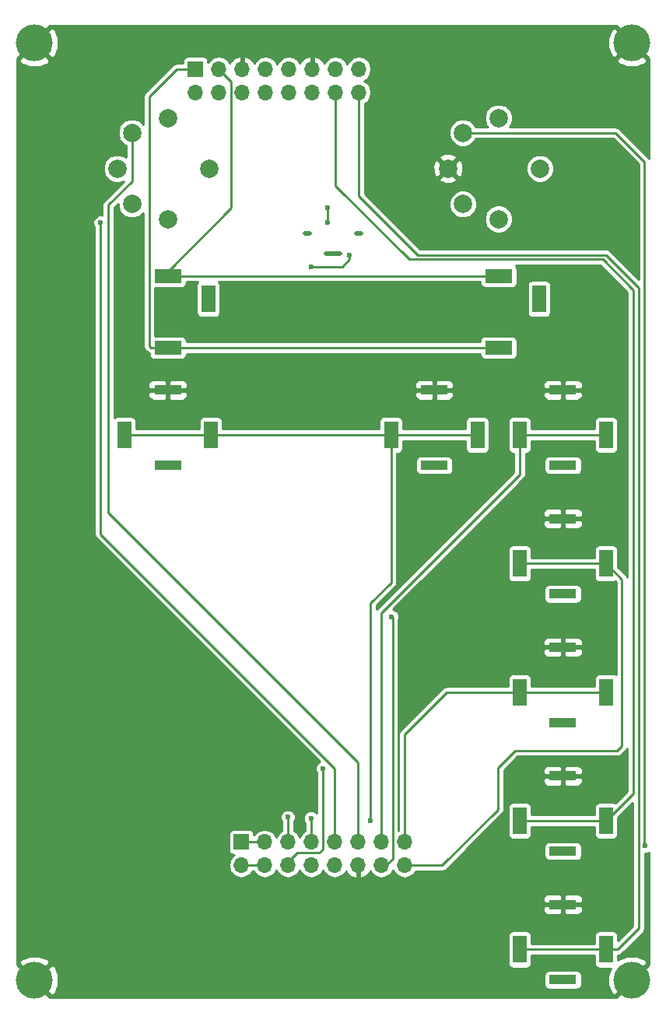
<source format=gbl>
G04 #@! TF.FileFunction,Copper,L2,Bot,Signal*
%FSLAX46Y46*%
G04 Gerber Fmt 4.6, Leading zero omitted, Abs format (unit mm)*
G04 Created by KiCad (PCBNEW 4.0.1-stable) date 26/04/2018 08:36:00*
%MOMM*%
G01*
G04 APERTURE LIST*
%ADD10C,0.100000*%
%ADD11C,4.000000*%
%ADD12R,1.500000X3.000000*%
%ADD13R,3.000000X1.000000*%
%ADD14C,2.000000*%
%ADD15R,1.700000X1.700000*%
%ADD16O,1.700000X1.700000*%
%ADD17R,3.000000X1.500000*%
%ADD18O,2.000000X0.500000*%
%ADD19O,1.000000X0.500000*%
%ADD20C,0.600000*%
%ADD21C,0.250000*%
%ADD22C,0.254000*%
G04 APERTURE END LIST*
D10*
D11*
X67425000Y-146325000D03*
X132425000Y-44325000D03*
X132425000Y-146325000D03*
X67425000Y-44325000D03*
D12*
X77225000Y-87000000D03*
X86625000Y-87000000D03*
D13*
X81925000Y-90300000D03*
X81925000Y-82100000D03*
D12*
X120225000Y-87000000D03*
X129625000Y-87000000D03*
D13*
X124925000Y-90300000D03*
X124925000Y-82100000D03*
D12*
X120225000Y-101000000D03*
X129625000Y-101000000D03*
D13*
X124925000Y-104300000D03*
X124925000Y-96100000D03*
D12*
X120225000Y-115000000D03*
X129625000Y-115000000D03*
D13*
X124925000Y-118300000D03*
X124925000Y-110100000D03*
D12*
X120225000Y-129000000D03*
X129625000Y-129000000D03*
D13*
X124925000Y-132300000D03*
X124925000Y-124100000D03*
D12*
X120225000Y-143000000D03*
X129625000Y-143000000D03*
D13*
X124925000Y-146300000D03*
X124925000Y-138100000D03*
D14*
X78035000Y-54120000D03*
X78035000Y-61880000D03*
X76425000Y-58000000D03*
X81925000Y-63500000D03*
X81925000Y-52500000D03*
X86425000Y-58000000D03*
X114035000Y-54120000D03*
X114035000Y-61880000D03*
X112425000Y-58000000D03*
X117925000Y-63500000D03*
X117925000Y-52500000D03*
X122425000Y-58000000D03*
D15*
X89925000Y-131285000D03*
D16*
X89925000Y-133825000D03*
X92465000Y-131285000D03*
X92465000Y-133825000D03*
X95005000Y-131285000D03*
X95005000Y-133825000D03*
X97545000Y-131285000D03*
X97545000Y-133825000D03*
X100085000Y-131285000D03*
X100085000Y-133825000D03*
X102625000Y-131285000D03*
X102625000Y-133825000D03*
X105165000Y-131285000D03*
X105165000Y-133825000D03*
X107705000Y-131285000D03*
X107705000Y-133825000D03*
D15*
X84925000Y-47185000D03*
D16*
X84925000Y-49725000D03*
X87465000Y-47185000D03*
X87465000Y-49725000D03*
X90005000Y-47185000D03*
X90005000Y-49725000D03*
X92545000Y-47185000D03*
X92545000Y-49725000D03*
X95085000Y-47185000D03*
X95085000Y-49725000D03*
X97625000Y-47185000D03*
X97625000Y-49725000D03*
X100165000Y-47185000D03*
X100165000Y-49725000D03*
X102705000Y-47185000D03*
X102705000Y-49725000D03*
D12*
X86325000Y-72200000D03*
D17*
X81925000Y-69700000D03*
X81925000Y-77500000D03*
D12*
X122325000Y-72200000D03*
D17*
X117925000Y-69700000D03*
X117925000Y-77500000D03*
D12*
X106225000Y-87000000D03*
X115625000Y-87000000D03*
D13*
X110925000Y-90300000D03*
X110925000Y-82100000D03*
D18*
X99925000Y-67250000D03*
D19*
X102725000Y-65100000D03*
X97125000Y-65100000D03*
D20*
X104000000Y-129000000D03*
X133900000Y-131700000D03*
X74600000Y-63900000D03*
X99300000Y-63900000D03*
X95000000Y-128600000D03*
X99300000Y-62300000D03*
X101700000Y-67400000D03*
X98800000Y-123300000D03*
X97500000Y-68700000D03*
X97500000Y-128700000D03*
X106300000Y-106800000D03*
D21*
X106225000Y-87000000D02*
X106225000Y-103075000D01*
X104000000Y-105300000D02*
X104000000Y-129000000D01*
X106225000Y-103075000D02*
X104000000Y-105300000D01*
X115625000Y-87000000D02*
X106225000Y-87000000D01*
X86625000Y-87000000D02*
X77225000Y-87000000D01*
X86625000Y-87000000D02*
X106225000Y-87000000D01*
X105165000Y-131285000D02*
X105165000Y-106360000D01*
X120225000Y-91300000D02*
X120225000Y-87000000D01*
X105165000Y-106360000D02*
X120225000Y-91300000D01*
X120225000Y-87000000D02*
X129625000Y-87000000D01*
X107705000Y-133825000D02*
X111800000Y-133825000D01*
X131350000Y-102725000D02*
X129625000Y-101000000D01*
X131350000Y-120825000D02*
X131350000Y-102725000D01*
X130825000Y-121350000D02*
X131350000Y-120825000D01*
X119725000Y-121350000D02*
X130825000Y-121350000D01*
X117850000Y-123225000D02*
X119725000Y-121350000D01*
X117850000Y-127775000D02*
X117850000Y-123225000D01*
X111800000Y-133825000D02*
X117850000Y-127775000D01*
X120225000Y-101000000D02*
X129625000Y-101000000D01*
X107705000Y-131285000D02*
X107705000Y-119570000D01*
X112275000Y-115000000D02*
X120225000Y-115000000D01*
X107705000Y-119570000D02*
X112275000Y-115000000D01*
X120225000Y-115000000D02*
X129625000Y-115000000D01*
X132600000Y-101900000D02*
X132600000Y-126025000D01*
X132600000Y-126025000D02*
X129625000Y-129000000D01*
X113600000Y-67900000D02*
X129249998Y-67900000D01*
X100165000Y-59865000D02*
X108200000Y-67900000D01*
X108200000Y-67900000D02*
X113600000Y-67900000D01*
X100165000Y-49725000D02*
X100165000Y-59865000D01*
X132600000Y-71250002D02*
X132600000Y-101900000D01*
X132600000Y-101900000D02*
X132600000Y-102000000D01*
X129249998Y-67900000D02*
X132600000Y-71250002D01*
X120225000Y-129000000D02*
X129625000Y-129000000D01*
X102705000Y-49725000D02*
X102705000Y-61005000D01*
X130900000Y-143000000D02*
X129625000Y-143000000D01*
X133200000Y-140700000D02*
X130900000Y-143000000D01*
X133200000Y-71000000D02*
X133200000Y-140700000D01*
X129600000Y-67400000D02*
X133200000Y-71000000D01*
X109100000Y-67400000D02*
X129600000Y-67400000D01*
X102705000Y-61005000D02*
X109100000Y-67400000D01*
X120225000Y-143000000D02*
X129625000Y-143000000D01*
X92465000Y-131285000D02*
X89925000Y-131285000D01*
X89925000Y-133825000D02*
X92465000Y-133825000D01*
X133800000Y-131600000D02*
X133900000Y-131700000D01*
X133800000Y-94400000D02*
X133800000Y-131600000D01*
X114035000Y-54120000D02*
X130620000Y-54120000D01*
X133800000Y-57300000D02*
X133800000Y-94400000D01*
X133800000Y-94400000D02*
X133800000Y-94600000D01*
X130620000Y-54120000D02*
X133800000Y-57300000D01*
X100085000Y-123285000D02*
X74600000Y-97800000D01*
X74600000Y-97800000D02*
X74600000Y-63900000D01*
X100085000Y-131285000D02*
X100085000Y-123285000D01*
X102625000Y-131285000D02*
X102625000Y-122625000D01*
X78035000Y-59365000D02*
X78035000Y-54120000D01*
X75450000Y-61950000D02*
X78035000Y-59365000D01*
X75450000Y-95450000D02*
X75450000Y-61950000D01*
X102625000Y-122625000D02*
X75450000Y-95450000D01*
X81925000Y-69700000D02*
X81925000Y-69175000D01*
X81925000Y-69175000D02*
X88800000Y-62300000D01*
X88800000Y-48520000D02*
X87465000Y-47185000D01*
X88800000Y-62300000D02*
X88800000Y-48520000D01*
X81925000Y-69700000D02*
X117925000Y-69700000D01*
X81925000Y-77500000D02*
X117925000Y-77500000D01*
X84925000Y-47185000D02*
X82915000Y-47185000D01*
X80100000Y-77500000D02*
X81925000Y-77500000D01*
X79900000Y-77300000D02*
X80100000Y-77500000D01*
X79900000Y-50200000D02*
X79900000Y-77300000D01*
X82915000Y-47185000D02*
X79900000Y-50200000D01*
X95005000Y-128605000D02*
X95000000Y-128600000D01*
X95005000Y-128605000D02*
X95005000Y-131285000D01*
X99300000Y-63900000D02*
X99300000Y-62300000D01*
X100900000Y-68700000D02*
X101700000Y-67900000D01*
X101700000Y-67900000D02*
X101700000Y-67400000D01*
X95005000Y-133495000D02*
X96000000Y-132500000D01*
X98800000Y-132100000D02*
X98800000Y-125600000D01*
X98400000Y-132500000D02*
X98800000Y-132100000D01*
X96000000Y-132500000D02*
X98400000Y-132500000D01*
X98800000Y-123300000D02*
X98800000Y-125600000D01*
X97500000Y-68700000D02*
X100900000Y-68700000D01*
X95005000Y-133825000D02*
X95005000Y-133495000D01*
X95005000Y-133825000D02*
X94625000Y-133825000D01*
X97545000Y-128745000D02*
X97500000Y-128700000D01*
X97545000Y-128745000D02*
X97545000Y-131285000D01*
X106400000Y-106900000D02*
X106300000Y-106800000D01*
X106400000Y-130600000D02*
X106400000Y-106900000D01*
X105165000Y-133825000D02*
X105675000Y-133825000D01*
X105675000Y-133825000D02*
X106400000Y-133100000D01*
X106400000Y-133100000D02*
X106400000Y-130600000D01*
X106400000Y-130600000D02*
X106400000Y-130400000D01*
D22*
G36*
X130729584Y-42449978D02*
X132425000Y-44145395D01*
X132439142Y-44131252D01*
X132618748Y-44310858D01*
X132604605Y-44325000D01*
X134300022Y-46020416D01*
X134323000Y-46006732D01*
X134323000Y-56931705D01*
X134261034Y-56838966D01*
X131081034Y-53658966D01*
X130869510Y-53517631D01*
X130828113Y-53509396D01*
X130620000Y-53467999D01*
X130619995Y-53468000D01*
X119116701Y-53468000D01*
X119218773Y-53366106D01*
X119451735Y-52805072D01*
X119452265Y-52197593D01*
X119220283Y-51636154D01*
X118791106Y-51206227D01*
X118230072Y-50973265D01*
X117622593Y-50972735D01*
X117061154Y-51204717D01*
X116631227Y-51633894D01*
X116398265Y-52194928D01*
X116397735Y-52802407D01*
X116629717Y-53363846D01*
X116733689Y-53468000D01*
X115417816Y-53468000D01*
X115330283Y-53256154D01*
X114901106Y-52826227D01*
X114340072Y-52593265D01*
X113732593Y-52592735D01*
X113171154Y-52824717D01*
X112741227Y-53253894D01*
X112508265Y-53814928D01*
X112507735Y-54422407D01*
X112739717Y-54983846D01*
X113168894Y-55413773D01*
X113729928Y-55646735D01*
X114337407Y-55647265D01*
X114898846Y-55415283D01*
X115328773Y-54986106D01*
X115417678Y-54772000D01*
X130349932Y-54772000D01*
X133148000Y-57570068D01*
X133148000Y-70025933D01*
X130061034Y-66938966D01*
X130049007Y-66930930D01*
X129849510Y-66797631D01*
X129808113Y-66789396D01*
X129600000Y-66747999D01*
X129599995Y-66748000D01*
X109370067Y-66748000D01*
X106424475Y-63802407D01*
X116397735Y-63802407D01*
X116629717Y-64363846D01*
X117058894Y-64793773D01*
X117619928Y-65026735D01*
X118227407Y-65027265D01*
X118788846Y-64795283D01*
X119218773Y-64366106D01*
X119451735Y-63805072D01*
X119452265Y-63197593D01*
X119220283Y-62636154D01*
X118791106Y-62206227D01*
X118230072Y-61973265D01*
X117622593Y-61972735D01*
X117061154Y-62204717D01*
X116631227Y-62633894D01*
X116398265Y-63194928D01*
X116397735Y-63802407D01*
X106424475Y-63802407D01*
X104804475Y-62182407D01*
X112507735Y-62182407D01*
X112739717Y-62743846D01*
X113168894Y-63173773D01*
X113729928Y-63406735D01*
X114337407Y-63407265D01*
X114898846Y-63175283D01*
X115328773Y-62746106D01*
X115561735Y-62185072D01*
X115562265Y-61577593D01*
X115330283Y-61016154D01*
X114901106Y-60586227D01*
X114340072Y-60353265D01*
X113732593Y-60352735D01*
X113171154Y-60584717D01*
X112741227Y-61013894D01*
X112508265Y-61574928D01*
X112507735Y-62182407D01*
X104804475Y-62182407D01*
X103357000Y-60734932D01*
X103357000Y-59152532D01*
X111452073Y-59152532D01*
X111550736Y-59419387D01*
X112160461Y-59645908D01*
X112810460Y-59621856D01*
X113299264Y-59419387D01*
X113397927Y-59152532D01*
X112425000Y-58179605D01*
X111452073Y-59152532D01*
X103357000Y-59152532D01*
X103357000Y-57735461D01*
X110779092Y-57735461D01*
X110803144Y-58385460D01*
X111005613Y-58874264D01*
X111272468Y-58972927D01*
X112245395Y-58000000D01*
X112604605Y-58000000D01*
X113577532Y-58972927D01*
X113844387Y-58874264D01*
X114056839Y-58302407D01*
X120897735Y-58302407D01*
X121129717Y-58863846D01*
X121558894Y-59293773D01*
X122119928Y-59526735D01*
X122727407Y-59527265D01*
X123288846Y-59295283D01*
X123718773Y-58866106D01*
X123951735Y-58305072D01*
X123952265Y-57697593D01*
X123720283Y-57136154D01*
X123291106Y-56706227D01*
X122730072Y-56473265D01*
X122122593Y-56472735D01*
X121561154Y-56704717D01*
X121131227Y-57133894D01*
X120898265Y-57694928D01*
X120897735Y-58302407D01*
X114056839Y-58302407D01*
X114070908Y-58264539D01*
X114046856Y-57614540D01*
X113844387Y-57125736D01*
X113577532Y-57027073D01*
X112604605Y-58000000D01*
X112245395Y-58000000D01*
X111272468Y-57027073D01*
X111005613Y-57125736D01*
X110779092Y-57735461D01*
X103357000Y-57735461D01*
X103357000Y-56847468D01*
X111452073Y-56847468D01*
X112425000Y-57820395D01*
X113397927Y-56847468D01*
X113299264Y-56580613D01*
X112689539Y-56354092D01*
X112039540Y-56378144D01*
X111550736Y-56580613D01*
X111452073Y-56847468D01*
X103357000Y-56847468D01*
X103357000Y-50940607D01*
X103678686Y-50725663D01*
X103977182Y-50278932D01*
X104082000Y-49751977D01*
X104082000Y-49698023D01*
X103977182Y-49171068D01*
X103678686Y-48724337D01*
X103275595Y-48455000D01*
X103678686Y-48185663D01*
X103977182Y-47738932D01*
X104082000Y-47211977D01*
X104082000Y-47158023D01*
X103977182Y-46631068D01*
X103689167Y-46200022D01*
X130729584Y-46200022D01*
X130950353Y-46570743D01*
X131922012Y-46964119D01*
X132970247Y-46955713D01*
X133899647Y-46570743D01*
X134120416Y-46200022D01*
X132425000Y-44504605D01*
X130729584Y-46200022D01*
X103689167Y-46200022D01*
X103678686Y-46184337D01*
X103231955Y-45885841D01*
X102705000Y-45781023D01*
X102178045Y-45885841D01*
X101731314Y-46184337D01*
X101435000Y-46627802D01*
X101138686Y-46184337D01*
X100691955Y-45885841D01*
X100165000Y-45781023D01*
X99638045Y-45885841D01*
X99191314Y-46184337D01*
X98940463Y-46559762D01*
X98820183Y-46303642D01*
X98391924Y-45913355D01*
X97981890Y-45743524D01*
X97752000Y-45864845D01*
X97752000Y-47058000D01*
X97772000Y-47058000D01*
X97772000Y-47312000D01*
X97752000Y-47312000D01*
X97752000Y-47332000D01*
X97498000Y-47332000D01*
X97498000Y-47312000D01*
X97478000Y-47312000D01*
X97478000Y-47058000D01*
X97498000Y-47058000D01*
X97498000Y-45864845D01*
X97268110Y-45743524D01*
X96858076Y-45913355D01*
X96429817Y-46303642D01*
X96309537Y-46559762D01*
X96058686Y-46184337D01*
X95611955Y-45885841D01*
X95085000Y-45781023D01*
X94558045Y-45885841D01*
X94111314Y-46184337D01*
X93815000Y-46627802D01*
X93518686Y-46184337D01*
X93071955Y-45885841D01*
X92545000Y-45781023D01*
X92018045Y-45885841D01*
X91571314Y-46184337D01*
X91320463Y-46559762D01*
X91200183Y-46303642D01*
X90771924Y-45913355D01*
X90361890Y-45743524D01*
X90132000Y-45864845D01*
X90132000Y-47058000D01*
X90152000Y-47058000D01*
X90152000Y-47312000D01*
X90132000Y-47312000D01*
X90132000Y-47332000D01*
X89878000Y-47332000D01*
X89878000Y-47312000D01*
X89858000Y-47312000D01*
X89858000Y-47058000D01*
X89878000Y-47058000D01*
X89878000Y-45864845D01*
X89648110Y-45743524D01*
X89238076Y-45913355D01*
X88809817Y-46303642D01*
X88689537Y-46559762D01*
X88438686Y-46184337D01*
X87991955Y-45885841D01*
X87465000Y-45781023D01*
X86938045Y-45885841D01*
X86491314Y-46184337D01*
X86312324Y-46452215D01*
X86312324Y-46335000D01*
X86275577Y-46139706D01*
X86160158Y-45960340D01*
X85984049Y-45840010D01*
X85775000Y-45797676D01*
X84075000Y-45797676D01*
X83879706Y-45834423D01*
X83700340Y-45949842D01*
X83580010Y-46125951D01*
X83537676Y-46335000D01*
X83537676Y-46533000D01*
X82915005Y-46533000D01*
X82915000Y-46532999D01*
X82706887Y-46574396D01*
X82665490Y-46582631D01*
X82453966Y-46723966D01*
X79438966Y-49738966D01*
X79297631Y-49950490D01*
X79297631Y-49950491D01*
X79247999Y-50200000D01*
X79248000Y-50200005D01*
X79248000Y-53173727D01*
X78901106Y-52826227D01*
X78340072Y-52593265D01*
X77732593Y-52592735D01*
X77171154Y-52824717D01*
X76741227Y-53253894D01*
X76508265Y-53814928D01*
X76507735Y-54422407D01*
X76739717Y-54983846D01*
X77168894Y-55413773D01*
X77383000Y-55502678D01*
X77383000Y-56798282D01*
X77291106Y-56706227D01*
X76730072Y-56473265D01*
X76122593Y-56472735D01*
X75561154Y-56704717D01*
X75131227Y-57133894D01*
X74898265Y-57694928D01*
X74897735Y-58302407D01*
X75129717Y-58863846D01*
X75558894Y-59293773D01*
X76119928Y-59526735D01*
X76727407Y-59527265D01*
X77107872Y-59370060D01*
X74988966Y-61488966D01*
X74847631Y-61700490D01*
X74847631Y-61700491D01*
X74797999Y-61950000D01*
X74798000Y-61950005D01*
X74798000Y-63086755D01*
X74765222Y-63073144D01*
X74436221Y-63072857D01*
X74132154Y-63198495D01*
X73899312Y-63430930D01*
X73773144Y-63734778D01*
X73772857Y-64063779D01*
X73898495Y-64367846D01*
X73948000Y-64417438D01*
X73948000Y-97799995D01*
X73947999Y-97800000D01*
X73989396Y-98008113D01*
X73997631Y-98049510D01*
X74138966Y-98261034D01*
X98434245Y-122556312D01*
X98332154Y-122598495D01*
X98099312Y-122830930D01*
X97973144Y-123134778D01*
X97972857Y-123463779D01*
X98098495Y-123767846D01*
X98148000Y-123817438D01*
X98148000Y-128178555D01*
X97969070Y-127999312D01*
X97665222Y-127873144D01*
X97336221Y-127872857D01*
X97032154Y-127998495D01*
X96799312Y-128230930D01*
X96673144Y-128534778D01*
X96672857Y-128863779D01*
X96798495Y-129167846D01*
X96893000Y-129262516D01*
X96893000Y-130069393D01*
X96571314Y-130284337D01*
X96275000Y-130727802D01*
X95978686Y-130284337D01*
X95657000Y-130069393D01*
X95657000Y-129112682D01*
X95700688Y-129069070D01*
X95826856Y-128765222D01*
X95827143Y-128436221D01*
X95701505Y-128132154D01*
X95469070Y-127899312D01*
X95165222Y-127773144D01*
X94836221Y-127772857D01*
X94532154Y-127898495D01*
X94299312Y-128130930D01*
X94173144Y-128434778D01*
X94172857Y-128763779D01*
X94298495Y-129067846D01*
X94353000Y-129122446D01*
X94353000Y-130069393D01*
X94031314Y-130284337D01*
X93735000Y-130727802D01*
X93438686Y-130284337D01*
X92991955Y-129985841D01*
X92465000Y-129881023D01*
X91938045Y-129985841D01*
X91491314Y-130284337D01*
X91312324Y-130552215D01*
X91312324Y-130435000D01*
X91275577Y-130239706D01*
X91160158Y-130060340D01*
X90984049Y-129940010D01*
X90775000Y-129897676D01*
X89075000Y-129897676D01*
X88879706Y-129934423D01*
X88700340Y-130049842D01*
X88580010Y-130225951D01*
X88537676Y-130435000D01*
X88537676Y-132135000D01*
X88574423Y-132330294D01*
X88689842Y-132509660D01*
X88865951Y-132629990D01*
X89075000Y-132672324D01*
X89178818Y-132672324D01*
X88951314Y-132824337D01*
X88652818Y-133271068D01*
X88548000Y-133798023D01*
X88548000Y-133851977D01*
X88652818Y-134378932D01*
X88951314Y-134825663D01*
X89398045Y-135124159D01*
X89925000Y-135228977D01*
X90451955Y-135124159D01*
X90898686Y-134825663D01*
X91131655Y-134477000D01*
X91258345Y-134477000D01*
X91491314Y-134825663D01*
X91938045Y-135124159D01*
X92465000Y-135228977D01*
X92991955Y-135124159D01*
X93438686Y-134825663D01*
X93735000Y-134382198D01*
X94031314Y-134825663D01*
X94478045Y-135124159D01*
X95005000Y-135228977D01*
X95531955Y-135124159D01*
X95978686Y-134825663D01*
X96275000Y-134382198D01*
X96571314Y-134825663D01*
X97018045Y-135124159D01*
X97545000Y-135228977D01*
X98071955Y-135124159D01*
X98518686Y-134825663D01*
X98815000Y-134382198D01*
X99111314Y-134825663D01*
X99558045Y-135124159D01*
X100085000Y-135228977D01*
X100611955Y-135124159D01*
X101058686Y-134825663D01*
X101309537Y-134450238D01*
X101429817Y-134706358D01*
X101858076Y-135096645D01*
X102268110Y-135266476D01*
X102498000Y-135145155D01*
X102498000Y-133952000D01*
X102478000Y-133952000D01*
X102478000Y-133698000D01*
X102498000Y-133698000D01*
X102498000Y-133678000D01*
X102752000Y-133678000D01*
X102752000Y-133698000D01*
X102772000Y-133698000D01*
X102772000Y-133952000D01*
X102752000Y-133952000D01*
X102752000Y-135145155D01*
X102981890Y-135266476D01*
X103391924Y-135096645D01*
X103820183Y-134706358D01*
X103940463Y-134450238D01*
X104191314Y-134825663D01*
X104638045Y-135124159D01*
X105165000Y-135228977D01*
X105691955Y-135124159D01*
X106138686Y-134825663D01*
X106435000Y-134382198D01*
X106731314Y-134825663D01*
X107178045Y-135124159D01*
X107705000Y-135228977D01*
X108231955Y-135124159D01*
X108678686Y-134825663D01*
X108911655Y-134477000D01*
X111799995Y-134477000D01*
X111800000Y-134477001D01*
X112008113Y-134435604D01*
X112049510Y-134427369D01*
X112261034Y-134286034D01*
X114747068Y-131800000D01*
X122887676Y-131800000D01*
X122887676Y-132800000D01*
X122924423Y-132995294D01*
X123039842Y-133174660D01*
X123215951Y-133294990D01*
X123425000Y-133337324D01*
X126425000Y-133337324D01*
X126620294Y-133300577D01*
X126799660Y-133185158D01*
X126919990Y-133009049D01*
X126962324Y-132800000D01*
X126962324Y-131800000D01*
X126925577Y-131604706D01*
X126810158Y-131425340D01*
X126634049Y-131305010D01*
X126425000Y-131262676D01*
X123425000Y-131262676D01*
X123229706Y-131299423D01*
X123050340Y-131414842D01*
X122930010Y-131590951D01*
X122887676Y-131800000D01*
X114747068Y-131800000D01*
X118311034Y-128236034D01*
X118314444Y-128230930D01*
X118452369Y-128024510D01*
X118502000Y-127775000D01*
X118502000Y-124385750D01*
X122790000Y-124385750D01*
X122790000Y-124726310D01*
X122886673Y-124959699D01*
X123065302Y-125138327D01*
X123298691Y-125235000D01*
X124639250Y-125235000D01*
X124798000Y-125076250D01*
X124798000Y-124227000D01*
X125052000Y-124227000D01*
X125052000Y-125076250D01*
X125210750Y-125235000D01*
X126551309Y-125235000D01*
X126784698Y-125138327D01*
X126963327Y-124959699D01*
X127060000Y-124726310D01*
X127060000Y-124385750D01*
X126901250Y-124227000D01*
X125052000Y-124227000D01*
X124798000Y-124227000D01*
X122948750Y-124227000D01*
X122790000Y-124385750D01*
X118502000Y-124385750D01*
X118502000Y-123495068D01*
X118523377Y-123473690D01*
X122790000Y-123473690D01*
X122790000Y-123814250D01*
X122948750Y-123973000D01*
X124798000Y-123973000D01*
X124798000Y-123123750D01*
X125052000Y-123123750D01*
X125052000Y-123973000D01*
X126901250Y-123973000D01*
X127060000Y-123814250D01*
X127060000Y-123473690D01*
X126963327Y-123240301D01*
X126784698Y-123061673D01*
X126551309Y-122965000D01*
X125210750Y-122965000D01*
X125052000Y-123123750D01*
X124798000Y-123123750D01*
X124639250Y-122965000D01*
X123298691Y-122965000D01*
X123065302Y-123061673D01*
X122886673Y-123240301D01*
X122790000Y-123473690D01*
X118523377Y-123473690D01*
X119995067Y-122002000D01*
X130824995Y-122002000D01*
X130825000Y-122002001D01*
X131033113Y-121960604D01*
X131074510Y-121952369D01*
X131286034Y-121811034D01*
X131811034Y-121286034D01*
X131935009Y-121100491D01*
X131948000Y-121081049D01*
X131948000Y-125754933D01*
X130651699Y-127051233D01*
X130584049Y-127005010D01*
X130375000Y-126962676D01*
X128875000Y-126962676D01*
X128679706Y-126999423D01*
X128500340Y-127114842D01*
X128380010Y-127290951D01*
X128337676Y-127500000D01*
X128337676Y-128348000D01*
X121512324Y-128348000D01*
X121512324Y-127500000D01*
X121475577Y-127304706D01*
X121360158Y-127125340D01*
X121184049Y-127005010D01*
X120975000Y-126962676D01*
X119475000Y-126962676D01*
X119279706Y-126999423D01*
X119100340Y-127114842D01*
X118980010Y-127290951D01*
X118937676Y-127500000D01*
X118937676Y-130500000D01*
X118974423Y-130695294D01*
X119089842Y-130874660D01*
X119265951Y-130994990D01*
X119475000Y-131037324D01*
X120975000Y-131037324D01*
X121170294Y-131000577D01*
X121349660Y-130885158D01*
X121469990Y-130709049D01*
X121512324Y-130500000D01*
X121512324Y-129652000D01*
X128337676Y-129652000D01*
X128337676Y-130500000D01*
X128374423Y-130695294D01*
X128489842Y-130874660D01*
X128665951Y-130994990D01*
X128875000Y-131037324D01*
X130375000Y-131037324D01*
X130570294Y-131000577D01*
X130749660Y-130885158D01*
X130869990Y-130709049D01*
X130912324Y-130500000D01*
X130912324Y-128634744D01*
X132548000Y-126999067D01*
X132548000Y-140429933D01*
X130912324Y-142065608D01*
X130912324Y-141500000D01*
X130875577Y-141304706D01*
X130760158Y-141125340D01*
X130584049Y-141005010D01*
X130375000Y-140962676D01*
X128875000Y-140962676D01*
X128679706Y-140999423D01*
X128500340Y-141114842D01*
X128380010Y-141290951D01*
X128337676Y-141500000D01*
X128337676Y-142348000D01*
X121512324Y-142348000D01*
X121512324Y-141500000D01*
X121475577Y-141304706D01*
X121360158Y-141125340D01*
X121184049Y-141005010D01*
X120975000Y-140962676D01*
X119475000Y-140962676D01*
X119279706Y-140999423D01*
X119100340Y-141114842D01*
X118980010Y-141290951D01*
X118937676Y-141500000D01*
X118937676Y-144500000D01*
X118974423Y-144695294D01*
X119089842Y-144874660D01*
X119265951Y-144994990D01*
X119475000Y-145037324D01*
X120975000Y-145037324D01*
X121170294Y-145000577D01*
X121349660Y-144885158D01*
X121469990Y-144709049D01*
X121512324Y-144500000D01*
X121512324Y-143652000D01*
X128337676Y-143652000D01*
X128337676Y-144500000D01*
X128374423Y-144695294D01*
X128489842Y-144874660D01*
X128665951Y-144994990D01*
X128875000Y-145037324D01*
X130103562Y-145037324D01*
X129785881Y-145822012D01*
X129794287Y-146870247D01*
X130179257Y-147799647D01*
X130549978Y-148020416D01*
X132245395Y-146325000D01*
X132231252Y-146310858D01*
X132410858Y-146131252D01*
X132425000Y-146145395D01*
X134120416Y-144449978D01*
X133899647Y-144079257D01*
X132927988Y-143685881D01*
X131879753Y-143694287D01*
X130950353Y-144079257D01*
X130912324Y-144143116D01*
X130912324Y-143649550D01*
X131108113Y-143610604D01*
X131149510Y-143602369D01*
X131361034Y-143461034D01*
X133661031Y-141161036D01*
X133661034Y-141161034D01*
X133802369Y-140949510D01*
X133852000Y-140700000D01*
X133852000Y-132526958D01*
X134063779Y-132527143D01*
X134323000Y-132420035D01*
X134323000Y-144643268D01*
X134300022Y-144629584D01*
X132604605Y-146325000D01*
X132618748Y-146339142D01*
X132439142Y-146518748D01*
X132425000Y-146504605D01*
X130729584Y-148200022D01*
X130743268Y-148223000D01*
X69106732Y-148223000D01*
X69120416Y-148200022D01*
X67425000Y-146504605D01*
X67410858Y-146518748D01*
X67231252Y-146339142D01*
X67245395Y-146325000D01*
X67604605Y-146325000D01*
X69300022Y-148020416D01*
X69670743Y-147799647D01*
X70064119Y-146827988D01*
X70055876Y-145800000D01*
X122887676Y-145800000D01*
X122887676Y-146800000D01*
X122924423Y-146995294D01*
X123039842Y-147174660D01*
X123215951Y-147294990D01*
X123425000Y-147337324D01*
X126425000Y-147337324D01*
X126620294Y-147300577D01*
X126799660Y-147185158D01*
X126919990Y-147009049D01*
X126962324Y-146800000D01*
X126962324Y-145800000D01*
X126925577Y-145604706D01*
X126810158Y-145425340D01*
X126634049Y-145305010D01*
X126425000Y-145262676D01*
X123425000Y-145262676D01*
X123229706Y-145299423D01*
X123050340Y-145414842D01*
X122930010Y-145590951D01*
X122887676Y-145800000D01*
X70055876Y-145800000D01*
X70055713Y-145779753D01*
X69670743Y-144850353D01*
X69300022Y-144629584D01*
X67604605Y-146325000D01*
X67245395Y-146325000D01*
X65549978Y-144629584D01*
X65527000Y-144643268D01*
X65527000Y-144449978D01*
X65729584Y-144449978D01*
X67425000Y-146145395D01*
X69120416Y-144449978D01*
X68899647Y-144079257D01*
X67927988Y-143685881D01*
X66879753Y-143694287D01*
X65950353Y-144079257D01*
X65729584Y-144449978D01*
X65527000Y-144449978D01*
X65527000Y-138385750D01*
X122790000Y-138385750D01*
X122790000Y-138726310D01*
X122886673Y-138959699D01*
X123065302Y-139138327D01*
X123298691Y-139235000D01*
X124639250Y-139235000D01*
X124798000Y-139076250D01*
X124798000Y-138227000D01*
X125052000Y-138227000D01*
X125052000Y-139076250D01*
X125210750Y-139235000D01*
X126551309Y-139235000D01*
X126784698Y-139138327D01*
X126963327Y-138959699D01*
X127060000Y-138726310D01*
X127060000Y-138385750D01*
X126901250Y-138227000D01*
X125052000Y-138227000D01*
X124798000Y-138227000D01*
X122948750Y-138227000D01*
X122790000Y-138385750D01*
X65527000Y-138385750D01*
X65527000Y-137473690D01*
X122790000Y-137473690D01*
X122790000Y-137814250D01*
X122948750Y-137973000D01*
X124798000Y-137973000D01*
X124798000Y-137123750D01*
X125052000Y-137123750D01*
X125052000Y-137973000D01*
X126901250Y-137973000D01*
X127060000Y-137814250D01*
X127060000Y-137473690D01*
X126963327Y-137240301D01*
X126784698Y-137061673D01*
X126551309Y-136965000D01*
X125210750Y-136965000D01*
X125052000Y-137123750D01*
X124798000Y-137123750D01*
X124639250Y-136965000D01*
X123298691Y-136965000D01*
X123065302Y-137061673D01*
X122886673Y-137240301D01*
X122790000Y-137473690D01*
X65527000Y-137473690D01*
X65527000Y-46200022D01*
X65729584Y-46200022D01*
X65950353Y-46570743D01*
X66922012Y-46964119D01*
X67970247Y-46955713D01*
X68899647Y-46570743D01*
X69120416Y-46200022D01*
X67425000Y-44504605D01*
X65729584Y-46200022D01*
X65527000Y-46200022D01*
X65527000Y-46006732D01*
X65549978Y-46020416D01*
X67245395Y-44325000D01*
X67604605Y-44325000D01*
X69300022Y-46020416D01*
X69670743Y-45799647D01*
X70064119Y-44827988D01*
X70056052Y-43822012D01*
X129785881Y-43822012D01*
X129794287Y-44870247D01*
X130179257Y-45799647D01*
X130549978Y-46020416D01*
X132245395Y-44325000D01*
X130549978Y-42629584D01*
X130179257Y-42850353D01*
X129785881Y-43822012D01*
X70056052Y-43822012D01*
X70055713Y-43779753D01*
X69670743Y-42850353D01*
X69300022Y-42629584D01*
X67604605Y-44325000D01*
X67245395Y-44325000D01*
X67231252Y-44310858D01*
X67410858Y-44131252D01*
X67425000Y-44145395D01*
X69120416Y-42449978D01*
X69106732Y-42427000D01*
X130743268Y-42427000D01*
X130729584Y-42449978D01*
X130729584Y-42449978D01*
G37*
X130729584Y-42449978D02*
X132425000Y-44145395D01*
X132439142Y-44131252D01*
X132618748Y-44310858D01*
X132604605Y-44325000D01*
X134300022Y-46020416D01*
X134323000Y-46006732D01*
X134323000Y-56931705D01*
X134261034Y-56838966D01*
X131081034Y-53658966D01*
X130869510Y-53517631D01*
X130828113Y-53509396D01*
X130620000Y-53467999D01*
X130619995Y-53468000D01*
X119116701Y-53468000D01*
X119218773Y-53366106D01*
X119451735Y-52805072D01*
X119452265Y-52197593D01*
X119220283Y-51636154D01*
X118791106Y-51206227D01*
X118230072Y-50973265D01*
X117622593Y-50972735D01*
X117061154Y-51204717D01*
X116631227Y-51633894D01*
X116398265Y-52194928D01*
X116397735Y-52802407D01*
X116629717Y-53363846D01*
X116733689Y-53468000D01*
X115417816Y-53468000D01*
X115330283Y-53256154D01*
X114901106Y-52826227D01*
X114340072Y-52593265D01*
X113732593Y-52592735D01*
X113171154Y-52824717D01*
X112741227Y-53253894D01*
X112508265Y-53814928D01*
X112507735Y-54422407D01*
X112739717Y-54983846D01*
X113168894Y-55413773D01*
X113729928Y-55646735D01*
X114337407Y-55647265D01*
X114898846Y-55415283D01*
X115328773Y-54986106D01*
X115417678Y-54772000D01*
X130349932Y-54772000D01*
X133148000Y-57570068D01*
X133148000Y-70025933D01*
X130061034Y-66938966D01*
X130049007Y-66930930D01*
X129849510Y-66797631D01*
X129808113Y-66789396D01*
X129600000Y-66747999D01*
X129599995Y-66748000D01*
X109370067Y-66748000D01*
X106424475Y-63802407D01*
X116397735Y-63802407D01*
X116629717Y-64363846D01*
X117058894Y-64793773D01*
X117619928Y-65026735D01*
X118227407Y-65027265D01*
X118788846Y-64795283D01*
X119218773Y-64366106D01*
X119451735Y-63805072D01*
X119452265Y-63197593D01*
X119220283Y-62636154D01*
X118791106Y-62206227D01*
X118230072Y-61973265D01*
X117622593Y-61972735D01*
X117061154Y-62204717D01*
X116631227Y-62633894D01*
X116398265Y-63194928D01*
X116397735Y-63802407D01*
X106424475Y-63802407D01*
X104804475Y-62182407D01*
X112507735Y-62182407D01*
X112739717Y-62743846D01*
X113168894Y-63173773D01*
X113729928Y-63406735D01*
X114337407Y-63407265D01*
X114898846Y-63175283D01*
X115328773Y-62746106D01*
X115561735Y-62185072D01*
X115562265Y-61577593D01*
X115330283Y-61016154D01*
X114901106Y-60586227D01*
X114340072Y-60353265D01*
X113732593Y-60352735D01*
X113171154Y-60584717D01*
X112741227Y-61013894D01*
X112508265Y-61574928D01*
X112507735Y-62182407D01*
X104804475Y-62182407D01*
X103357000Y-60734932D01*
X103357000Y-59152532D01*
X111452073Y-59152532D01*
X111550736Y-59419387D01*
X112160461Y-59645908D01*
X112810460Y-59621856D01*
X113299264Y-59419387D01*
X113397927Y-59152532D01*
X112425000Y-58179605D01*
X111452073Y-59152532D01*
X103357000Y-59152532D01*
X103357000Y-57735461D01*
X110779092Y-57735461D01*
X110803144Y-58385460D01*
X111005613Y-58874264D01*
X111272468Y-58972927D01*
X112245395Y-58000000D01*
X112604605Y-58000000D01*
X113577532Y-58972927D01*
X113844387Y-58874264D01*
X114056839Y-58302407D01*
X120897735Y-58302407D01*
X121129717Y-58863846D01*
X121558894Y-59293773D01*
X122119928Y-59526735D01*
X122727407Y-59527265D01*
X123288846Y-59295283D01*
X123718773Y-58866106D01*
X123951735Y-58305072D01*
X123952265Y-57697593D01*
X123720283Y-57136154D01*
X123291106Y-56706227D01*
X122730072Y-56473265D01*
X122122593Y-56472735D01*
X121561154Y-56704717D01*
X121131227Y-57133894D01*
X120898265Y-57694928D01*
X120897735Y-58302407D01*
X114056839Y-58302407D01*
X114070908Y-58264539D01*
X114046856Y-57614540D01*
X113844387Y-57125736D01*
X113577532Y-57027073D01*
X112604605Y-58000000D01*
X112245395Y-58000000D01*
X111272468Y-57027073D01*
X111005613Y-57125736D01*
X110779092Y-57735461D01*
X103357000Y-57735461D01*
X103357000Y-56847468D01*
X111452073Y-56847468D01*
X112425000Y-57820395D01*
X113397927Y-56847468D01*
X113299264Y-56580613D01*
X112689539Y-56354092D01*
X112039540Y-56378144D01*
X111550736Y-56580613D01*
X111452073Y-56847468D01*
X103357000Y-56847468D01*
X103357000Y-50940607D01*
X103678686Y-50725663D01*
X103977182Y-50278932D01*
X104082000Y-49751977D01*
X104082000Y-49698023D01*
X103977182Y-49171068D01*
X103678686Y-48724337D01*
X103275595Y-48455000D01*
X103678686Y-48185663D01*
X103977182Y-47738932D01*
X104082000Y-47211977D01*
X104082000Y-47158023D01*
X103977182Y-46631068D01*
X103689167Y-46200022D01*
X130729584Y-46200022D01*
X130950353Y-46570743D01*
X131922012Y-46964119D01*
X132970247Y-46955713D01*
X133899647Y-46570743D01*
X134120416Y-46200022D01*
X132425000Y-44504605D01*
X130729584Y-46200022D01*
X103689167Y-46200022D01*
X103678686Y-46184337D01*
X103231955Y-45885841D01*
X102705000Y-45781023D01*
X102178045Y-45885841D01*
X101731314Y-46184337D01*
X101435000Y-46627802D01*
X101138686Y-46184337D01*
X100691955Y-45885841D01*
X100165000Y-45781023D01*
X99638045Y-45885841D01*
X99191314Y-46184337D01*
X98940463Y-46559762D01*
X98820183Y-46303642D01*
X98391924Y-45913355D01*
X97981890Y-45743524D01*
X97752000Y-45864845D01*
X97752000Y-47058000D01*
X97772000Y-47058000D01*
X97772000Y-47312000D01*
X97752000Y-47312000D01*
X97752000Y-47332000D01*
X97498000Y-47332000D01*
X97498000Y-47312000D01*
X97478000Y-47312000D01*
X97478000Y-47058000D01*
X97498000Y-47058000D01*
X97498000Y-45864845D01*
X97268110Y-45743524D01*
X96858076Y-45913355D01*
X96429817Y-46303642D01*
X96309537Y-46559762D01*
X96058686Y-46184337D01*
X95611955Y-45885841D01*
X95085000Y-45781023D01*
X94558045Y-45885841D01*
X94111314Y-46184337D01*
X93815000Y-46627802D01*
X93518686Y-46184337D01*
X93071955Y-45885841D01*
X92545000Y-45781023D01*
X92018045Y-45885841D01*
X91571314Y-46184337D01*
X91320463Y-46559762D01*
X91200183Y-46303642D01*
X90771924Y-45913355D01*
X90361890Y-45743524D01*
X90132000Y-45864845D01*
X90132000Y-47058000D01*
X90152000Y-47058000D01*
X90152000Y-47312000D01*
X90132000Y-47312000D01*
X90132000Y-47332000D01*
X89878000Y-47332000D01*
X89878000Y-47312000D01*
X89858000Y-47312000D01*
X89858000Y-47058000D01*
X89878000Y-47058000D01*
X89878000Y-45864845D01*
X89648110Y-45743524D01*
X89238076Y-45913355D01*
X88809817Y-46303642D01*
X88689537Y-46559762D01*
X88438686Y-46184337D01*
X87991955Y-45885841D01*
X87465000Y-45781023D01*
X86938045Y-45885841D01*
X86491314Y-46184337D01*
X86312324Y-46452215D01*
X86312324Y-46335000D01*
X86275577Y-46139706D01*
X86160158Y-45960340D01*
X85984049Y-45840010D01*
X85775000Y-45797676D01*
X84075000Y-45797676D01*
X83879706Y-45834423D01*
X83700340Y-45949842D01*
X83580010Y-46125951D01*
X83537676Y-46335000D01*
X83537676Y-46533000D01*
X82915005Y-46533000D01*
X82915000Y-46532999D01*
X82706887Y-46574396D01*
X82665490Y-46582631D01*
X82453966Y-46723966D01*
X79438966Y-49738966D01*
X79297631Y-49950490D01*
X79297631Y-49950491D01*
X79247999Y-50200000D01*
X79248000Y-50200005D01*
X79248000Y-53173727D01*
X78901106Y-52826227D01*
X78340072Y-52593265D01*
X77732593Y-52592735D01*
X77171154Y-52824717D01*
X76741227Y-53253894D01*
X76508265Y-53814928D01*
X76507735Y-54422407D01*
X76739717Y-54983846D01*
X77168894Y-55413773D01*
X77383000Y-55502678D01*
X77383000Y-56798282D01*
X77291106Y-56706227D01*
X76730072Y-56473265D01*
X76122593Y-56472735D01*
X75561154Y-56704717D01*
X75131227Y-57133894D01*
X74898265Y-57694928D01*
X74897735Y-58302407D01*
X75129717Y-58863846D01*
X75558894Y-59293773D01*
X76119928Y-59526735D01*
X76727407Y-59527265D01*
X77107872Y-59370060D01*
X74988966Y-61488966D01*
X74847631Y-61700490D01*
X74847631Y-61700491D01*
X74797999Y-61950000D01*
X74798000Y-61950005D01*
X74798000Y-63086755D01*
X74765222Y-63073144D01*
X74436221Y-63072857D01*
X74132154Y-63198495D01*
X73899312Y-63430930D01*
X73773144Y-63734778D01*
X73772857Y-64063779D01*
X73898495Y-64367846D01*
X73948000Y-64417438D01*
X73948000Y-97799995D01*
X73947999Y-97800000D01*
X73989396Y-98008113D01*
X73997631Y-98049510D01*
X74138966Y-98261034D01*
X98434245Y-122556312D01*
X98332154Y-122598495D01*
X98099312Y-122830930D01*
X97973144Y-123134778D01*
X97972857Y-123463779D01*
X98098495Y-123767846D01*
X98148000Y-123817438D01*
X98148000Y-128178555D01*
X97969070Y-127999312D01*
X97665222Y-127873144D01*
X97336221Y-127872857D01*
X97032154Y-127998495D01*
X96799312Y-128230930D01*
X96673144Y-128534778D01*
X96672857Y-128863779D01*
X96798495Y-129167846D01*
X96893000Y-129262516D01*
X96893000Y-130069393D01*
X96571314Y-130284337D01*
X96275000Y-130727802D01*
X95978686Y-130284337D01*
X95657000Y-130069393D01*
X95657000Y-129112682D01*
X95700688Y-129069070D01*
X95826856Y-128765222D01*
X95827143Y-128436221D01*
X95701505Y-128132154D01*
X95469070Y-127899312D01*
X95165222Y-127773144D01*
X94836221Y-127772857D01*
X94532154Y-127898495D01*
X94299312Y-128130930D01*
X94173144Y-128434778D01*
X94172857Y-128763779D01*
X94298495Y-129067846D01*
X94353000Y-129122446D01*
X94353000Y-130069393D01*
X94031314Y-130284337D01*
X93735000Y-130727802D01*
X93438686Y-130284337D01*
X92991955Y-129985841D01*
X92465000Y-129881023D01*
X91938045Y-129985841D01*
X91491314Y-130284337D01*
X91312324Y-130552215D01*
X91312324Y-130435000D01*
X91275577Y-130239706D01*
X91160158Y-130060340D01*
X90984049Y-129940010D01*
X90775000Y-129897676D01*
X89075000Y-129897676D01*
X88879706Y-129934423D01*
X88700340Y-130049842D01*
X88580010Y-130225951D01*
X88537676Y-130435000D01*
X88537676Y-132135000D01*
X88574423Y-132330294D01*
X88689842Y-132509660D01*
X88865951Y-132629990D01*
X89075000Y-132672324D01*
X89178818Y-132672324D01*
X88951314Y-132824337D01*
X88652818Y-133271068D01*
X88548000Y-133798023D01*
X88548000Y-133851977D01*
X88652818Y-134378932D01*
X88951314Y-134825663D01*
X89398045Y-135124159D01*
X89925000Y-135228977D01*
X90451955Y-135124159D01*
X90898686Y-134825663D01*
X91131655Y-134477000D01*
X91258345Y-134477000D01*
X91491314Y-134825663D01*
X91938045Y-135124159D01*
X92465000Y-135228977D01*
X92991955Y-135124159D01*
X93438686Y-134825663D01*
X93735000Y-134382198D01*
X94031314Y-134825663D01*
X94478045Y-135124159D01*
X95005000Y-135228977D01*
X95531955Y-135124159D01*
X95978686Y-134825663D01*
X96275000Y-134382198D01*
X96571314Y-134825663D01*
X97018045Y-135124159D01*
X97545000Y-135228977D01*
X98071955Y-135124159D01*
X98518686Y-134825663D01*
X98815000Y-134382198D01*
X99111314Y-134825663D01*
X99558045Y-135124159D01*
X100085000Y-135228977D01*
X100611955Y-135124159D01*
X101058686Y-134825663D01*
X101309537Y-134450238D01*
X101429817Y-134706358D01*
X101858076Y-135096645D01*
X102268110Y-135266476D01*
X102498000Y-135145155D01*
X102498000Y-133952000D01*
X102478000Y-133952000D01*
X102478000Y-133698000D01*
X102498000Y-133698000D01*
X102498000Y-133678000D01*
X102752000Y-133678000D01*
X102752000Y-133698000D01*
X102772000Y-133698000D01*
X102772000Y-133952000D01*
X102752000Y-133952000D01*
X102752000Y-135145155D01*
X102981890Y-135266476D01*
X103391924Y-135096645D01*
X103820183Y-134706358D01*
X103940463Y-134450238D01*
X104191314Y-134825663D01*
X104638045Y-135124159D01*
X105165000Y-135228977D01*
X105691955Y-135124159D01*
X106138686Y-134825663D01*
X106435000Y-134382198D01*
X106731314Y-134825663D01*
X107178045Y-135124159D01*
X107705000Y-135228977D01*
X108231955Y-135124159D01*
X108678686Y-134825663D01*
X108911655Y-134477000D01*
X111799995Y-134477000D01*
X111800000Y-134477001D01*
X112008113Y-134435604D01*
X112049510Y-134427369D01*
X112261034Y-134286034D01*
X114747068Y-131800000D01*
X122887676Y-131800000D01*
X122887676Y-132800000D01*
X122924423Y-132995294D01*
X123039842Y-133174660D01*
X123215951Y-133294990D01*
X123425000Y-133337324D01*
X126425000Y-133337324D01*
X126620294Y-133300577D01*
X126799660Y-133185158D01*
X126919990Y-133009049D01*
X126962324Y-132800000D01*
X126962324Y-131800000D01*
X126925577Y-131604706D01*
X126810158Y-131425340D01*
X126634049Y-131305010D01*
X126425000Y-131262676D01*
X123425000Y-131262676D01*
X123229706Y-131299423D01*
X123050340Y-131414842D01*
X122930010Y-131590951D01*
X122887676Y-131800000D01*
X114747068Y-131800000D01*
X118311034Y-128236034D01*
X118314444Y-128230930D01*
X118452369Y-128024510D01*
X118502000Y-127775000D01*
X118502000Y-124385750D01*
X122790000Y-124385750D01*
X122790000Y-124726310D01*
X122886673Y-124959699D01*
X123065302Y-125138327D01*
X123298691Y-125235000D01*
X124639250Y-125235000D01*
X124798000Y-125076250D01*
X124798000Y-124227000D01*
X125052000Y-124227000D01*
X125052000Y-125076250D01*
X125210750Y-125235000D01*
X126551309Y-125235000D01*
X126784698Y-125138327D01*
X126963327Y-124959699D01*
X127060000Y-124726310D01*
X127060000Y-124385750D01*
X126901250Y-124227000D01*
X125052000Y-124227000D01*
X124798000Y-124227000D01*
X122948750Y-124227000D01*
X122790000Y-124385750D01*
X118502000Y-124385750D01*
X118502000Y-123495068D01*
X118523377Y-123473690D01*
X122790000Y-123473690D01*
X122790000Y-123814250D01*
X122948750Y-123973000D01*
X124798000Y-123973000D01*
X124798000Y-123123750D01*
X125052000Y-123123750D01*
X125052000Y-123973000D01*
X126901250Y-123973000D01*
X127060000Y-123814250D01*
X127060000Y-123473690D01*
X126963327Y-123240301D01*
X126784698Y-123061673D01*
X126551309Y-122965000D01*
X125210750Y-122965000D01*
X125052000Y-123123750D01*
X124798000Y-123123750D01*
X124639250Y-122965000D01*
X123298691Y-122965000D01*
X123065302Y-123061673D01*
X122886673Y-123240301D01*
X122790000Y-123473690D01*
X118523377Y-123473690D01*
X119995067Y-122002000D01*
X130824995Y-122002000D01*
X130825000Y-122002001D01*
X131033113Y-121960604D01*
X131074510Y-121952369D01*
X131286034Y-121811034D01*
X131811034Y-121286034D01*
X131935009Y-121100491D01*
X131948000Y-121081049D01*
X131948000Y-125754933D01*
X130651699Y-127051233D01*
X130584049Y-127005010D01*
X130375000Y-126962676D01*
X128875000Y-126962676D01*
X128679706Y-126999423D01*
X128500340Y-127114842D01*
X128380010Y-127290951D01*
X128337676Y-127500000D01*
X128337676Y-128348000D01*
X121512324Y-128348000D01*
X121512324Y-127500000D01*
X121475577Y-127304706D01*
X121360158Y-127125340D01*
X121184049Y-127005010D01*
X120975000Y-126962676D01*
X119475000Y-126962676D01*
X119279706Y-126999423D01*
X119100340Y-127114842D01*
X118980010Y-127290951D01*
X118937676Y-127500000D01*
X118937676Y-130500000D01*
X118974423Y-130695294D01*
X119089842Y-130874660D01*
X119265951Y-130994990D01*
X119475000Y-131037324D01*
X120975000Y-131037324D01*
X121170294Y-131000577D01*
X121349660Y-130885158D01*
X121469990Y-130709049D01*
X121512324Y-130500000D01*
X121512324Y-129652000D01*
X128337676Y-129652000D01*
X128337676Y-130500000D01*
X128374423Y-130695294D01*
X128489842Y-130874660D01*
X128665951Y-130994990D01*
X128875000Y-131037324D01*
X130375000Y-131037324D01*
X130570294Y-131000577D01*
X130749660Y-130885158D01*
X130869990Y-130709049D01*
X130912324Y-130500000D01*
X130912324Y-128634744D01*
X132548000Y-126999067D01*
X132548000Y-140429933D01*
X130912324Y-142065608D01*
X130912324Y-141500000D01*
X130875577Y-141304706D01*
X130760158Y-141125340D01*
X130584049Y-141005010D01*
X130375000Y-140962676D01*
X128875000Y-140962676D01*
X128679706Y-140999423D01*
X128500340Y-141114842D01*
X128380010Y-141290951D01*
X128337676Y-141500000D01*
X128337676Y-142348000D01*
X121512324Y-142348000D01*
X121512324Y-141500000D01*
X121475577Y-141304706D01*
X121360158Y-141125340D01*
X121184049Y-141005010D01*
X120975000Y-140962676D01*
X119475000Y-140962676D01*
X119279706Y-140999423D01*
X119100340Y-141114842D01*
X118980010Y-141290951D01*
X118937676Y-141500000D01*
X118937676Y-144500000D01*
X118974423Y-144695294D01*
X119089842Y-144874660D01*
X119265951Y-144994990D01*
X119475000Y-145037324D01*
X120975000Y-145037324D01*
X121170294Y-145000577D01*
X121349660Y-144885158D01*
X121469990Y-144709049D01*
X121512324Y-144500000D01*
X121512324Y-143652000D01*
X128337676Y-143652000D01*
X128337676Y-144500000D01*
X128374423Y-144695294D01*
X128489842Y-144874660D01*
X128665951Y-144994990D01*
X128875000Y-145037324D01*
X130103562Y-145037324D01*
X129785881Y-145822012D01*
X129794287Y-146870247D01*
X130179257Y-147799647D01*
X130549978Y-148020416D01*
X132245395Y-146325000D01*
X132231252Y-146310858D01*
X132410858Y-146131252D01*
X132425000Y-146145395D01*
X134120416Y-144449978D01*
X133899647Y-144079257D01*
X132927988Y-143685881D01*
X131879753Y-143694287D01*
X130950353Y-144079257D01*
X130912324Y-144143116D01*
X130912324Y-143649550D01*
X131108113Y-143610604D01*
X131149510Y-143602369D01*
X131361034Y-143461034D01*
X133661031Y-141161036D01*
X133661034Y-141161034D01*
X133802369Y-140949510D01*
X133852000Y-140700000D01*
X133852000Y-132526958D01*
X134063779Y-132527143D01*
X134323000Y-132420035D01*
X134323000Y-144643268D01*
X134300022Y-144629584D01*
X132604605Y-146325000D01*
X132618748Y-146339142D01*
X132439142Y-146518748D01*
X132425000Y-146504605D01*
X130729584Y-148200022D01*
X130743268Y-148223000D01*
X69106732Y-148223000D01*
X69120416Y-148200022D01*
X67425000Y-146504605D01*
X67410858Y-146518748D01*
X67231252Y-146339142D01*
X67245395Y-146325000D01*
X67604605Y-146325000D01*
X69300022Y-148020416D01*
X69670743Y-147799647D01*
X70064119Y-146827988D01*
X70055876Y-145800000D01*
X122887676Y-145800000D01*
X122887676Y-146800000D01*
X122924423Y-146995294D01*
X123039842Y-147174660D01*
X123215951Y-147294990D01*
X123425000Y-147337324D01*
X126425000Y-147337324D01*
X126620294Y-147300577D01*
X126799660Y-147185158D01*
X126919990Y-147009049D01*
X126962324Y-146800000D01*
X126962324Y-145800000D01*
X126925577Y-145604706D01*
X126810158Y-145425340D01*
X126634049Y-145305010D01*
X126425000Y-145262676D01*
X123425000Y-145262676D01*
X123229706Y-145299423D01*
X123050340Y-145414842D01*
X122930010Y-145590951D01*
X122887676Y-145800000D01*
X70055876Y-145800000D01*
X70055713Y-145779753D01*
X69670743Y-144850353D01*
X69300022Y-144629584D01*
X67604605Y-146325000D01*
X67245395Y-146325000D01*
X65549978Y-144629584D01*
X65527000Y-144643268D01*
X65527000Y-144449978D01*
X65729584Y-144449978D01*
X67425000Y-146145395D01*
X69120416Y-144449978D01*
X68899647Y-144079257D01*
X67927988Y-143685881D01*
X66879753Y-143694287D01*
X65950353Y-144079257D01*
X65729584Y-144449978D01*
X65527000Y-144449978D01*
X65527000Y-138385750D01*
X122790000Y-138385750D01*
X122790000Y-138726310D01*
X122886673Y-138959699D01*
X123065302Y-139138327D01*
X123298691Y-139235000D01*
X124639250Y-139235000D01*
X124798000Y-139076250D01*
X124798000Y-138227000D01*
X125052000Y-138227000D01*
X125052000Y-139076250D01*
X125210750Y-139235000D01*
X126551309Y-139235000D01*
X126784698Y-139138327D01*
X126963327Y-138959699D01*
X127060000Y-138726310D01*
X127060000Y-138385750D01*
X126901250Y-138227000D01*
X125052000Y-138227000D01*
X124798000Y-138227000D01*
X122948750Y-138227000D01*
X122790000Y-138385750D01*
X65527000Y-138385750D01*
X65527000Y-137473690D01*
X122790000Y-137473690D01*
X122790000Y-137814250D01*
X122948750Y-137973000D01*
X124798000Y-137973000D01*
X124798000Y-137123750D01*
X125052000Y-137123750D01*
X125052000Y-137973000D01*
X126901250Y-137973000D01*
X127060000Y-137814250D01*
X127060000Y-137473690D01*
X126963327Y-137240301D01*
X126784698Y-137061673D01*
X126551309Y-136965000D01*
X125210750Y-136965000D01*
X125052000Y-137123750D01*
X124798000Y-137123750D01*
X124639250Y-136965000D01*
X123298691Y-136965000D01*
X123065302Y-137061673D01*
X122886673Y-137240301D01*
X122790000Y-137473690D01*
X65527000Y-137473690D01*
X65527000Y-46200022D01*
X65729584Y-46200022D01*
X65950353Y-46570743D01*
X66922012Y-46964119D01*
X67970247Y-46955713D01*
X68899647Y-46570743D01*
X69120416Y-46200022D01*
X67425000Y-44504605D01*
X65729584Y-46200022D01*
X65527000Y-46200022D01*
X65527000Y-46006732D01*
X65549978Y-46020416D01*
X67245395Y-44325000D01*
X67604605Y-44325000D01*
X69300022Y-46020416D01*
X69670743Y-45799647D01*
X70064119Y-44827988D01*
X70056052Y-43822012D01*
X129785881Y-43822012D01*
X129794287Y-44870247D01*
X130179257Y-45799647D01*
X130549978Y-46020416D01*
X132245395Y-44325000D01*
X130549978Y-42629584D01*
X130179257Y-42850353D01*
X129785881Y-43822012D01*
X70056052Y-43822012D01*
X70055713Y-43779753D01*
X69670743Y-42850353D01*
X69300022Y-42629584D01*
X67604605Y-44325000D01*
X67245395Y-44325000D01*
X67231252Y-44310858D01*
X67410858Y-44131252D01*
X67425000Y-44145395D01*
X69120416Y-42449978D01*
X69106732Y-42427000D01*
X130743268Y-42427000D01*
X130729584Y-42449978D01*
G36*
X76507735Y-62182407D02*
X76739717Y-62743846D01*
X77168894Y-63173773D01*
X77729928Y-63406735D01*
X78337407Y-63407265D01*
X78898846Y-63175283D01*
X79248000Y-62826738D01*
X79248000Y-77299995D01*
X79247999Y-77300000D01*
X79287783Y-77500000D01*
X79297631Y-77549510D01*
X79431265Y-77749509D01*
X79438966Y-77761034D01*
X79638964Y-77961031D01*
X79638966Y-77961034D01*
X79780302Y-78055471D01*
X79850491Y-78102370D01*
X79887676Y-78109767D01*
X79887676Y-78250000D01*
X79924423Y-78445294D01*
X80039842Y-78624660D01*
X80215951Y-78744990D01*
X80425000Y-78787324D01*
X83425000Y-78787324D01*
X83620294Y-78750577D01*
X83799660Y-78635158D01*
X83919990Y-78459049D01*
X83962324Y-78250000D01*
X83962324Y-78152000D01*
X115887676Y-78152000D01*
X115887676Y-78250000D01*
X115924423Y-78445294D01*
X116039842Y-78624660D01*
X116215951Y-78744990D01*
X116425000Y-78787324D01*
X119425000Y-78787324D01*
X119620294Y-78750577D01*
X119799660Y-78635158D01*
X119919990Y-78459049D01*
X119962324Y-78250000D01*
X119962324Y-76750000D01*
X119925577Y-76554706D01*
X119810158Y-76375340D01*
X119634049Y-76255010D01*
X119425000Y-76212676D01*
X116425000Y-76212676D01*
X116229706Y-76249423D01*
X116050340Y-76364842D01*
X115930010Y-76540951D01*
X115887676Y-76750000D01*
X115887676Y-76848000D01*
X83962324Y-76848000D01*
X83962324Y-76750000D01*
X83925577Y-76554706D01*
X83810158Y-76375340D01*
X83634049Y-76255010D01*
X83425000Y-76212676D01*
X80552000Y-76212676D01*
X80552000Y-70987324D01*
X83425000Y-70987324D01*
X83620294Y-70950577D01*
X83799660Y-70835158D01*
X83919990Y-70659049D01*
X83962324Y-70450000D01*
X83962324Y-70352000D01*
X85174951Y-70352000D01*
X85080010Y-70490951D01*
X85037676Y-70700000D01*
X85037676Y-73700000D01*
X85074423Y-73895294D01*
X85189842Y-74074660D01*
X85365951Y-74194990D01*
X85575000Y-74237324D01*
X87075000Y-74237324D01*
X87270294Y-74200577D01*
X87449660Y-74085158D01*
X87569990Y-73909049D01*
X87612324Y-73700000D01*
X87612324Y-70700000D01*
X87575577Y-70504706D01*
X87477313Y-70352000D01*
X115887676Y-70352000D01*
X115887676Y-70450000D01*
X115924423Y-70645294D01*
X116039842Y-70824660D01*
X116215951Y-70944990D01*
X116425000Y-70987324D01*
X119425000Y-70987324D01*
X119620294Y-70950577D01*
X119799660Y-70835158D01*
X119892009Y-70700000D01*
X121037676Y-70700000D01*
X121037676Y-73700000D01*
X121074423Y-73895294D01*
X121189842Y-74074660D01*
X121365951Y-74194990D01*
X121575000Y-74237324D01*
X123075000Y-74237324D01*
X123270294Y-74200577D01*
X123449660Y-74085158D01*
X123569990Y-73909049D01*
X123612324Y-73700000D01*
X123612324Y-70700000D01*
X123575577Y-70504706D01*
X123460158Y-70325340D01*
X123284049Y-70205010D01*
X123075000Y-70162676D01*
X121575000Y-70162676D01*
X121379706Y-70199423D01*
X121200340Y-70314842D01*
X121080010Y-70490951D01*
X121037676Y-70700000D01*
X119892009Y-70700000D01*
X119919990Y-70659049D01*
X119962324Y-70450000D01*
X119962324Y-68950000D01*
X119925577Y-68754706D01*
X119810158Y-68575340D01*
X119775999Y-68552000D01*
X128979930Y-68552000D01*
X131948000Y-71520069D01*
X131948000Y-102468951D01*
X131811034Y-102263966D01*
X131811031Y-102263964D01*
X130912324Y-101365256D01*
X130912324Y-99500000D01*
X130875577Y-99304706D01*
X130760158Y-99125340D01*
X130584049Y-99005010D01*
X130375000Y-98962676D01*
X128875000Y-98962676D01*
X128679706Y-98999423D01*
X128500340Y-99114842D01*
X128380010Y-99290951D01*
X128337676Y-99500000D01*
X128337676Y-100348000D01*
X121512324Y-100348000D01*
X121512324Y-99500000D01*
X121475577Y-99304706D01*
X121360158Y-99125340D01*
X121184049Y-99005010D01*
X120975000Y-98962676D01*
X119475000Y-98962676D01*
X119279706Y-98999423D01*
X119100340Y-99114842D01*
X118980010Y-99290951D01*
X118937676Y-99500000D01*
X118937676Y-102500000D01*
X118974423Y-102695294D01*
X119089842Y-102874660D01*
X119265951Y-102994990D01*
X119475000Y-103037324D01*
X120975000Y-103037324D01*
X121170294Y-103000577D01*
X121349660Y-102885158D01*
X121469990Y-102709049D01*
X121512324Y-102500000D01*
X121512324Y-101652000D01*
X128337676Y-101652000D01*
X128337676Y-102500000D01*
X128374423Y-102695294D01*
X128489842Y-102874660D01*
X128665951Y-102994990D01*
X128875000Y-103037324D01*
X130375000Y-103037324D01*
X130570294Y-103000577D01*
X130651351Y-102948418D01*
X130698000Y-102995067D01*
X130698000Y-113082869D01*
X130584049Y-113005010D01*
X130375000Y-112962676D01*
X128875000Y-112962676D01*
X128679706Y-112999423D01*
X128500340Y-113114842D01*
X128380010Y-113290951D01*
X128337676Y-113500000D01*
X128337676Y-114348000D01*
X121512324Y-114348000D01*
X121512324Y-113500000D01*
X121475577Y-113304706D01*
X121360158Y-113125340D01*
X121184049Y-113005010D01*
X120975000Y-112962676D01*
X119475000Y-112962676D01*
X119279706Y-112999423D01*
X119100340Y-113114842D01*
X118980010Y-113290951D01*
X118937676Y-113500000D01*
X118937676Y-114348000D01*
X112275005Y-114348000D01*
X112275000Y-114347999D01*
X112066887Y-114389396D01*
X112025490Y-114397631D01*
X111813966Y-114538966D01*
X107243966Y-119108966D01*
X107102631Y-119320490D01*
X107094396Y-119361887D01*
X107052999Y-119570000D01*
X107053000Y-119570005D01*
X107053000Y-130069393D01*
X107052000Y-130070062D01*
X107052000Y-110385750D01*
X122790000Y-110385750D01*
X122790000Y-110726310D01*
X122886673Y-110959699D01*
X123065302Y-111138327D01*
X123298691Y-111235000D01*
X124639250Y-111235000D01*
X124798000Y-111076250D01*
X124798000Y-110227000D01*
X125052000Y-110227000D01*
X125052000Y-111076250D01*
X125210750Y-111235000D01*
X126551309Y-111235000D01*
X126784698Y-111138327D01*
X126963327Y-110959699D01*
X127060000Y-110726310D01*
X127060000Y-110385750D01*
X126901250Y-110227000D01*
X125052000Y-110227000D01*
X124798000Y-110227000D01*
X122948750Y-110227000D01*
X122790000Y-110385750D01*
X107052000Y-110385750D01*
X107052000Y-109473690D01*
X122790000Y-109473690D01*
X122790000Y-109814250D01*
X122948750Y-109973000D01*
X124798000Y-109973000D01*
X124798000Y-109123750D01*
X125052000Y-109123750D01*
X125052000Y-109973000D01*
X126901250Y-109973000D01*
X127060000Y-109814250D01*
X127060000Y-109473690D01*
X126963327Y-109240301D01*
X126784698Y-109061673D01*
X126551309Y-108965000D01*
X125210750Y-108965000D01*
X125052000Y-109123750D01*
X124798000Y-109123750D01*
X124639250Y-108965000D01*
X123298691Y-108965000D01*
X123065302Y-109061673D01*
X122886673Y-109240301D01*
X122790000Y-109473690D01*
X107052000Y-109473690D01*
X107052000Y-107145496D01*
X107126856Y-106965222D01*
X107127143Y-106636221D01*
X107001505Y-106332154D01*
X106769070Y-106099312D01*
X106471371Y-105975697D01*
X108647067Y-103800000D01*
X122887676Y-103800000D01*
X122887676Y-104800000D01*
X122924423Y-104995294D01*
X123039842Y-105174660D01*
X123215951Y-105294990D01*
X123425000Y-105337324D01*
X126425000Y-105337324D01*
X126620294Y-105300577D01*
X126799660Y-105185158D01*
X126919990Y-105009049D01*
X126962324Y-104800000D01*
X126962324Y-103800000D01*
X126925577Y-103604706D01*
X126810158Y-103425340D01*
X126634049Y-103305010D01*
X126425000Y-103262676D01*
X123425000Y-103262676D01*
X123229706Y-103299423D01*
X123050340Y-103414842D01*
X122930010Y-103590951D01*
X122887676Y-103800000D01*
X108647067Y-103800000D01*
X116061317Y-96385750D01*
X122790000Y-96385750D01*
X122790000Y-96726310D01*
X122886673Y-96959699D01*
X123065302Y-97138327D01*
X123298691Y-97235000D01*
X124639250Y-97235000D01*
X124798000Y-97076250D01*
X124798000Y-96227000D01*
X125052000Y-96227000D01*
X125052000Y-97076250D01*
X125210750Y-97235000D01*
X126551309Y-97235000D01*
X126784698Y-97138327D01*
X126963327Y-96959699D01*
X127060000Y-96726310D01*
X127060000Y-96385750D01*
X126901250Y-96227000D01*
X125052000Y-96227000D01*
X124798000Y-96227000D01*
X122948750Y-96227000D01*
X122790000Y-96385750D01*
X116061317Y-96385750D01*
X116973377Y-95473690D01*
X122790000Y-95473690D01*
X122790000Y-95814250D01*
X122948750Y-95973000D01*
X124798000Y-95973000D01*
X124798000Y-95123750D01*
X125052000Y-95123750D01*
X125052000Y-95973000D01*
X126901250Y-95973000D01*
X127060000Y-95814250D01*
X127060000Y-95473690D01*
X126963327Y-95240301D01*
X126784698Y-95061673D01*
X126551309Y-94965000D01*
X125210750Y-94965000D01*
X125052000Y-95123750D01*
X124798000Y-95123750D01*
X124639250Y-94965000D01*
X123298691Y-94965000D01*
X123065302Y-95061673D01*
X122886673Y-95240301D01*
X122790000Y-95473690D01*
X116973377Y-95473690D01*
X120686031Y-91761036D01*
X120686034Y-91761034D01*
X120827369Y-91549510D01*
X120877000Y-91300000D01*
X120877000Y-89800000D01*
X122887676Y-89800000D01*
X122887676Y-90800000D01*
X122924423Y-90995294D01*
X123039842Y-91174660D01*
X123215951Y-91294990D01*
X123425000Y-91337324D01*
X126425000Y-91337324D01*
X126620294Y-91300577D01*
X126799660Y-91185158D01*
X126919990Y-91009049D01*
X126962324Y-90800000D01*
X126962324Y-89800000D01*
X126925577Y-89604706D01*
X126810158Y-89425340D01*
X126634049Y-89305010D01*
X126425000Y-89262676D01*
X123425000Y-89262676D01*
X123229706Y-89299423D01*
X123050340Y-89414842D01*
X122930010Y-89590951D01*
X122887676Y-89800000D01*
X120877000Y-89800000D01*
X120877000Y-89037324D01*
X120975000Y-89037324D01*
X121170294Y-89000577D01*
X121349660Y-88885158D01*
X121469990Y-88709049D01*
X121512324Y-88500000D01*
X121512324Y-87652000D01*
X128337676Y-87652000D01*
X128337676Y-88500000D01*
X128374423Y-88695294D01*
X128489842Y-88874660D01*
X128665951Y-88994990D01*
X128875000Y-89037324D01*
X130375000Y-89037324D01*
X130570294Y-89000577D01*
X130749660Y-88885158D01*
X130869990Y-88709049D01*
X130912324Y-88500000D01*
X130912324Y-85500000D01*
X130875577Y-85304706D01*
X130760158Y-85125340D01*
X130584049Y-85005010D01*
X130375000Y-84962676D01*
X128875000Y-84962676D01*
X128679706Y-84999423D01*
X128500340Y-85114842D01*
X128380010Y-85290951D01*
X128337676Y-85500000D01*
X128337676Y-86348000D01*
X121512324Y-86348000D01*
X121512324Y-85500000D01*
X121475577Y-85304706D01*
X121360158Y-85125340D01*
X121184049Y-85005010D01*
X120975000Y-84962676D01*
X119475000Y-84962676D01*
X119279706Y-84999423D01*
X119100340Y-85114842D01*
X118980010Y-85290951D01*
X118937676Y-85500000D01*
X118937676Y-88500000D01*
X118974423Y-88695294D01*
X119089842Y-88874660D01*
X119265951Y-88994990D01*
X119475000Y-89037324D01*
X119573000Y-89037324D01*
X119573000Y-91029933D01*
X104703966Y-105898966D01*
X104652000Y-105976739D01*
X104652000Y-105570068D01*
X106686031Y-103536036D01*
X106686034Y-103536034D01*
X106827369Y-103324510D01*
X106877000Y-103075000D01*
X106877000Y-89800000D01*
X108887676Y-89800000D01*
X108887676Y-90800000D01*
X108924423Y-90995294D01*
X109039842Y-91174660D01*
X109215951Y-91294990D01*
X109425000Y-91337324D01*
X112425000Y-91337324D01*
X112620294Y-91300577D01*
X112799660Y-91185158D01*
X112919990Y-91009049D01*
X112962324Y-90800000D01*
X112962324Y-89800000D01*
X112925577Y-89604706D01*
X112810158Y-89425340D01*
X112634049Y-89305010D01*
X112425000Y-89262676D01*
X109425000Y-89262676D01*
X109229706Y-89299423D01*
X109050340Y-89414842D01*
X108930010Y-89590951D01*
X108887676Y-89800000D01*
X106877000Y-89800000D01*
X106877000Y-89037324D01*
X106975000Y-89037324D01*
X107170294Y-89000577D01*
X107349660Y-88885158D01*
X107469990Y-88709049D01*
X107512324Y-88500000D01*
X107512324Y-87652000D01*
X114337676Y-87652000D01*
X114337676Y-88500000D01*
X114374423Y-88695294D01*
X114489842Y-88874660D01*
X114665951Y-88994990D01*
X114875000Y-89037324D01*
X116375000Y-89037324D01*
X116570294Y-89000577D01*
X116749660Y-88885158D01*
X116869990Y-88709049D01*
X116912324Y-88500000D01*
X116912324Y-85500000D01*
X116875577Y-85304706D01*
X116760158Y-85125340D01*
X116584049Y-85005010D01*
X116375000Y-84962676D01*
X114875000Y-84962676D01*
X114679706Y-84999423D01*
X114500340Y-85114842D01*
X114380010Y-85290951D01*
X114337676Y-85500000D01*
X114337676Y-86348000D01*
X107512324Y-86348000D01*
X107512324Y-85500000D01*
X107475577Y-85304706D01*
X107360158Y-85125340D01*
X107184049Y-85005010D01*
X106975000Y-84962676D01*
X105475000Y-84962676D01*
X105279706Y-84999423D01*
X105100340Y-85114842D01*
X104980010Y-85290951D01*
X104937676Y-85500000D01*
X104937676Y-86348000D01*
X87912324Y-86348000D01*
X87912324Y-85500000D01*
X87875577Y-85304706D01*
X87760158Y-85125340D01*
X87584049Y-85005010D01*
X87375000Y-84962676D01*
X85875000Y-84962676D01*
X85679706Y-84999423D01*
X85500340Y-85114842D01*
X85380010Y-85290951D01*
X85337676Y-85500000D01*
X85337676Y-86348000D01*
X78512324Y-86348000D01*
X78512324Y-85500000D01*
X78475577Y-85304706D01*
X78360158Y-85125340D01*
X78184049Y-85005010D01*
X77975000Y-84962676D01*
X76475000Y-84962676D01*
X76279706Y-84999423D01*
X76102000Y-85113774D01*
X76102000Y-82385750D01*
X79790000Y-82385750D01*
X79790000Y-82726310D01*
X79886673Y-82959699D01*
X80065302Y-83138327D01*
X80298691Y-83235000D01*
X81639250Y-83235000D01*
X81798000Y-83076250D01*
X81798000Y-82227000D01*
X82052000Y-82227000D01*
X82052000Y-83076250D01*
X82210750Y-83235000D01*
X83551309Y-83235000D01*
X83784698Y-83138327D01*
X83963327Y-82959699D01*
X84060000Y-82726310D01*
X84060000Y-82385750D01*
X108790000Y-82385750D01*
X108790000Y-82726310D01*
X108886673Y-82959699D01*
X109065302Y-83138327D01*
X109298691Y-83235000D01*
X110639250Y-83235000D01*
X110798000Y-83076250D01*
X110798000Y-82227000D01*
X111052000Y-82227000D01*
X111052000Y-83076250D01*
X111210750Y-83235000D01*
X112551309Y-83235000D01*
X112784698Y-83138327D01*
X112963327Y-82959699D01*
X113060000Y-82726310D01*
X113060000Y-82385750D01*
X122790000Y-82385750D01*
X122790000Y-82726310D01*
X122886673Y-82959699D01*
X123065302Y-83138327D01*
X123298691Y-83235000D01*
X124639250Y-83235000D01*
X124798000Y-83076250D01*
X124798000Y-82227000D01*
X125052000Y-82227000D01*
X125052000Y-83076250D01*
X125210750Y-83235000D01*
X126551309Y-83235000D01*
X126784698Y-83138327D01*
X126963327Y-82959699D01*
X127060000Y-82726310D01*
X127060000Y-82385750D01*
X126901250Y-82227000D01*
X125052000Y-82227000D01*
X124798000Y-82227000D01*
X122948750Y-82227000D01*
X122790000Y-82385750D01*
X113060000Y-82385750D01*
X112901250Y-82227000D01*
X111052000Y-82227000D01*
X110798000Y-82227000D01*
X108948750Y-82227000D01*
X108790000Y-82385750D01*
X84060000Y-82385750D01*
X83901250Y-82227000D01*
X82052000Y-82227000D01*
X81798000Y-82227000D01*
X79948750Y-82227000D01*
X79790000Y-82385750D01*
X76102000Y-82385750D01*
X76102000Y-81473690D01*
X79790000Y-81473690D01*
X79790000Y-81814250D01*
X79948750Y-81973000D01*
X81798000Y-81973000D01*
X81798000Y-81123750D01*
X82052000Y-81123750D01*
X82052000Y-81973000D01*
X83901250Y-81973000D01*
X84060000Y-81814250D01*
X84060000Y-81473690D01*
X108790000Y-81473690D01*
X108790000Y-81814250D01*
X108948750Y-81973000D01*
X110798000Y-81973000D01*
X110798000Y-81123750D01*
X111052000Y-81123750D01*
X111052000Y-81973000D01*
X112901250Y-81973000D01*
X113060000Y-81814250D01*
X113060000Y-81473690D01*
X122790000Y-81473690D01*
X122790000Y-81814250D01*
X122948750Y-81973000D01*
X124798000Y-81973000D01*
X124798000Y-81123750D01*
X125052000Y-81123750D01*
X125052000Y-81973000D01*
X126901250Y-81973000D01*
X127060000Y-81814250D01*
X127060000Y-81473690D01*
X126963327Y-81240301D01*
X126784698Y-81061673D01*
X126551309Y-80965000D01*
X125210750Y-80965000D01*
X125052000Y-81123750D01*
X124798000Y-81123750D01*
X124639250Y-80965000D01*
X123298691Y-80965000D01*
X123065302Y-81061673D01*
X122886673Y-81240301D01*
X122790000Y-81473690D01*
X113060000Y-81473690D01*
X112963327Y-81240301D01*
X112784698Y-81061673D01*
X112551309Y-80965000D01*
X111210750Y-80965000D01*
X111052000Y-81123750D01*
X110798000Y-81123750D01*
X110639250Y-80965000D01*
X109298691Y-80965000D01*
X109065302Y-81061673D01*
X108886673Y-81240301D01*
X108790000Y-81473690D01*
X84060000Y-81473690D01*
X83963327Y-81240301D01*
X83784698Y-81061673D01*
X83551309Y-80965000D01*
X82210750Y-80965000D01*
X82052000Y-81123750D01*
X81798000Y-81123750D01*
X81639250Y-80965000D01*
X80298691Y-80965000D01*
X80065302Y-81061673D01*
X79886673Y-81240301D01*
X79790000Y-81473690D01*
X76102000Y-81473690D01*
X76102000Y-62220068D01*
X76508056Y-61814012D01*
X76507735Y-62182407D01*
X76507735Y-62182407D01*
G37*
X76507735Y-62182407D02*
X76739717Y-62743846D01*
X77168894Y-63173773D01*
X77729928Y-63406735D01*
X78337407Y-63407265D01*
X78898846Y-63175283D01*
X79248000Y-62826738D01*
X79248000Y-77299995D01*
X79247999Y-77300000D01*
X79287783Y-77500000D01*
X79297631Y-77549510D01*
X79431265Y-77749509D01*
X79438966Y-77761034D01*
X79638964Y-77961031D01*
X79638966Y-77961034D01*
X79780302Y-78055471D01*
X79850491Y-78102370D01*
X79887676Y-78109767D01*
X79887676Y-78250000D01*
X79924423Y-78445294D01*
X80039842Y-78624660D01*
X80215951Y-78744990D01*
X80425000Y-78787324D01*
X83425000Y-78787324D01*
X83620294Y-78750577D01*
X83799660Y-78635158D01*
X83919990Y-78459049D01*
X83962324Y-78250000D01*
X83962324Y-78152000D01*
X115887676Y-78152000D01*
X115887676Y-78250000D01*
X115924423Y-78445294D01*
X116039842Y-78624660D01*
X116215951Y-78744990D01*
X116425000Y-78787324D01*
X119425000Y-78787324D01*
X119620294Y-78750577D01*
X119799660Y-78635158D01*
X119919990Y-78459049D01*
X119962324Y-78250000D01*
X119962324Y-76750000D01*
X119925577Y-76554706D01*
X119810158Y-76375340D01*
X119634049Y-76255010D01*
X119425000Y-76212676D01*
X116425000Y-76212676D01*
X116229706Y-76249423D01*
X116050340Y-76364842D01*
X115930010Y-76540951D01*
X115887676Y-76750000D01*
X115887676Y-76848000D01*
X83962324Y-76848000D01*
X83962324Y-76750000D01*
X83925577Y-76554706D01*
X83810158Y-76375340D01*
X83634049Y-76255010D01*
X83425000Y-76212676D01*
X80552000Y-76212676D01*
X80552000Y-70987324D01*
X83425000Y-70987324D01*
X83620294Y-70950577D01*
X83799660Y-70835158D01*
X83919990Y-70659049D01*
X83962324Y-70450000D01*
X83962324Y-70352000D01*
X85174951Y-70352000D01*
X85080010Y-70490951D01*
X85037676Y-70700000D01*
X85037676Y-73700000D01*
X85074423Y-73895294D01*
X85189842Y-74074660D01*
X85365951Y-74194990D01*
X85575000Y-74237324D01*
X87075000Y-74237324D01*
X87270294Y-74200577D01*
X87449660Y-74085158D01*
X87569990Y-73909049D01*
X87612324Y-73700000D01*
X87612324Y-70700000D01*
X87575577Y-70504706D01*
X87477313Y-70352000D01*
X115887676Y-70352000D01*
X115887676Y-70450000D01*
X115924423Y-70645294D01*
X116039842Y-70824660D01*
X116215951Y-70944990D01*
X116425000Y-70987324D01*
X119425000Y-70987324D01*
X119620294Y-70950577D01*
X119799660Y-70835158D01*
X119892009Y-70700000D01*
X121037676Y-70700000D01*
X121037676Y-73700000D01*
X121074423Y-73895294D01*
X121189842Y-74074660D01*
X121365951Y-74194990D01*
X121575000Y-74237324D01*
X123075000Y-74237324D01*
X123270294Y-74200577D01*
X123449660Y-74085158D01*
X123569990Y-73909049D01*
X123612324Y-73700000D01*
X123612324Y-70700000D01*
X123575577Y-70504706D01*
X123460158Y-70325340D01*
X123284049Y-70205010D01*
X123075000Y-70162676D01*
X121575000Y-70162676D01*
X121379706Y-70199423D01*
X121200340Y-70314842D01*
X121080010Y-70490951D01*
X121037676Y-70700000D01*
X119892009Y-70700000D01*
X119919990Y-70659049D01*
X119962324Y-70450000D01*
X119962324Y-68950000D01*
X119925577Y-68754706D01*
X119810158Y-68575340D01*
X119775999Y-68552000D01*
X128979930Y-68552000D01*
X131948000Y-71520069D01*
X131948000Y-102468951D01*
X131811034Y-102263966D01*
X131811031Y-102263964D01*
X130912324Y-101365256D01*
X130912324Y-99500000D01*
X130875577Y-99304706D01*
X130760158Y-99125340D01*
X130584049Y-99005010D01*
X130375000Y-98962676D01*
X128875000Y-98962676D01*
X128679706Y-98999423D01*
X128500340Y-99114842D01*
X128380010Y-99290951D01*
X128337676Y-99500000D01*
X128337676Y-100348000D01*
X121512324Y-100348000D01*
X121512324Y-99500000D01*
X121475577Y-99304706D01*
X121360158Y-99125340D01*
X121184049Y-99005010D01*
X120975000Y-98962676D01*
X119475000Y-98962676D01*
X119279706Y-98999423D01*
X119100340Y-99114842D01*
X118980010Y-99290951D01*
X118937676Y-99500000D01*
X118937676Y-102500000D01*
X118974423Y-102695294D01*
X119089842Y-102874660D01*
X119265951Y-102994990D01*
X119475000Y-103037324D01*
X120975000Y-103037324D01*
X121170294Y-103000577D01*
X121349660Y-102885158D01*
X121469990Y-102709049D01*
X121512324Y-102500000D01*
X121512324Y-101652000D01*
X128337676Y-101652000D01*
X128337676Y-102500000D01*
X128374423Y-102695294D01*
X128489842Y-102874660D01*
X128665951Y-102994990D01*
X128875000Y-103037324D01*
X130375000Y-103037324D01*
X130570294Y-103000577D01*
X130651351Y-102948418D01*
X130698000Y-102995067D01*
X130698000Y-113082869D01*
X130584049Y-113005010D01*
X130375000Y-112962676D01*
X128875000Y-112962676D01*
X128679706Y-112999423D01*
X128500340Y-113114842D01*
X128380010Y-113290951D01*
X128337676Y-113500000D01*
X128337676Y-114348000D01*
X121512324Y-114348000D01*
X121512324Y-113500000D01*
X121475577Y-113304706D01*
X121360158Y-113125340D01*
X121184049Y-113005010D01*
X120975000Y-112962676D01*
X119475000Y-112962676D01*
X119279706Y-112999423D01*
X119100340Y-113114842D01*
X118980010Y-113290951D01*
X118937676Y-113500000D01*
X118937676Y-114348000D01*
X112275005Y-114348000D01*
X112275000Y-114347999D01*
X112066887Y-114389396D01*
X112025490Y-114397631D01*
X111813966Y-114538966D01*
X107243966Y-119108966D01*
X107102631Y-119320490D01*
X107094396Y-119361887D01*
X107052999Y-119570000D01*
X107053000Y-119570005D01*
X107053000Y-130069393D01*
X107052000Y-130070062D01*
X107052000Y-110385750D01*
X122790000Y-110385750D01*
X122790000Y-110726310D01*
X122886673Y-110959699D01*
X123065302Y-111138327D01*
X123298691Y-111235000D01*
X124639250Y-111235000D01*
X124798000Y-111076250D01*
X124798000Y-110227000D01*
X125052000Y-110227000D01*
X125052000Y-111076250D01*
X125210750Y-111235000D01*
X126551309Y-111235000D01*
X126784698Y-111138327D01*
X126963327Y-110959699D01*
X127060000Y-110726310D01*
X127060000Y-110385750D01*
X126901250Y-110227000D01*
X125052000Y-110227000D01*
X124798000Y-110227000D01*
X122948750Y-110227000D01*
X122790000Y-110385750D01*
X107052000Y-110385750D01*
X107052000Y-109473690D01*
X122790000Y-109473690D01*
X122790000Y-109814250D01*
X122948750Y-109973000D01*
X124798000Y-109973000D01*
X124798000Y-109123750D01*
X125052000Y-109123750D01*
X125052000Y-109973000D01*
X126901250Y-109973000D01*
X127060000Y-109814250D01*
X127060000Y-109473690D01*
X126963327Y-109240301D01*
X126784698Y-109061673D01*
X126551309Y-108965000D01*
X125210750Y-108965000D01*
X125052000Y-109123750D01*
X124798000Y-109123750D01*
X124639250Y-108965000D01*
X123298691Y-108965000D01*
X123065302Y-109061673D01*
X122886673Y-109240301D01*
X122790000Y-109473690D01*
X107052000Y-109473690D01*
X107052000Y-107145496D01*
X107126856Y-106965222D01*
X107127143Y-106636221D01*
X107001505Y-106332154D01*
X106769070Y-106099312D01*
X106471371Y-105975697D01*
X108647067Y-103800000D01*
X122887676Y-103800000D01*
X122887676Y-104800000D01*
X122924423Y-104995294D01*
X123039842Y-105174660D01*
X123215951Y-105294990D01*
X123425000Y-105337324D01*
X126425000Y-105337324D01*
X126620294Y-105300577D01*
X126799660Y-105185158D01*
X126919990Y-105009049D01*
X126962324Y-104800000D01*
X126962324Y-103800000D01*
X126925577Y-103604706D01*
X126810158Y-103425340D01*
X126634049Y-103305010D01*
X126425000Y-103262676D01*
X123425000Y-103262676D01*
X123229706Y-103299423D01*
X123050340Y-103414842D01*
X122930010Y-103590951D01*
X122887676Y-103800000D01*
X108647067Y-103800000D01*
X116061317Y-96385750D01*
X122790000Y-96385750D01*
X122790000Y-96726310D01*
X122886673Y-96959699D01*
X123065302Y-97138327D01*
X123298691Y-97235000D01*
X124639250Y-97235000D01*
X124798000Y-97076250D01*
X124798000Y-96227000D01*
X125052000Y-96227000D01*
X125052000Y-97076250D01*
X125210750Y-97235000D01*
X126551309Y-97235000D01*
X126784698Y-97138327D01*
X126963327Y-96959699D01*
X127060000Y-96726310D01*
X127060000Y-96385750D01*
X126901250Y-96227000D01*
X125052000Y-96227000D01*
X124798000Y-96227000D01*
X122948750Y-96227000D01*
X122790000Y-96385750D01*
X116061317Y-96385750D01*
X116973377Y-95473690D01*
X122790000Y-95473690D01*
X122790000Y-95814250D01*
X122948750Y-95973000D01*
X124798000Y-95973000D01*
X124798000Y-95123750D01*
X125052000Y-95123750D01*
X125052000Y-95973000D01*
X126901250Y-95973000D01*
X127060000Y-95814250D01*
X127060000Y-95473690D01*
X126963327Y-95240301D01*
X126784698Y-95061673D01*
X126551309Y-94965000D01*
X125210750Y-94965000D01*
X125052000Y-95123750D01*
X124798000Y-95123750D01*
X124639250Y-94965000D01*
X123298691Y-94965000D01*
X123065302Y-95061673D01*
X122886673Y-95240301D01*
X122790000Y-95473690D01*
X116973377Y-95473690D01*
X120686031Y-91761036D01*
X120686034Y-91761034D01*
X120827369Y-91549510D01*
X120877000Y-91300000D01*
X120877000Y-89800000D01*
X122887676Y-89800000D01*
X122887676Y-90800000D01*
X122924423Y-90995294D01*
X123039842Y-91174660D01*
X123215951Y-91294990D01*
X123425000Y-91337324D01*
X126425000Y-91337324D01*
X126620294Y-91300577D01*
X126799660Y-91185158D01*
X126919990Y-91009049D01*
X126962324Y-90800000D01*
X126962324Y-89800000D01*
X126925577Y-89604706D01*
X126810158Y-89425340D01*
X126634049Y-89305010D01*
X126425000Y-89262676D01*
X123425000Y-89262676D01*
X123229706Y-89299423D01*
X123050340Y-89414842D01*
X122930010Y-89590951D01*
X122887676Y-89800000D01*
X120877000Y-89800000D01*
X120877000Y-89037324D01*
X120975000Y-89037324D01*
X121170294Y-89000577D01*
X121349660Y-88885158D01*
X121469990Y-88709049D01*
X121512324Y-88500000D01*
X121512324Y-87652000D01*
X128337676Y-87652000D01*
X128337676Y-88500000D01*
X128374423Y-88695294D01*
X128489842Y-88874660D01*
X128665951Y-88994990D01*
X128875000Y-89037324D01*
X130375000Y-89037324D01*
X130570294Y-89000577D01*
X130749660Y-88885158D01*
X130869990Y-88709049D01*
X130912324Y-88500000D01*
X130912324Y-85500000D01*
X130875577Y-85304706D01*
X130760158Y-85125340D01*
X130584049Y-85005010D01*
X130375000Y-84962676D01*
X128875000Y-84962676D01*
X128679706Y-84999423D01*
X128500340Y-85114842D01*
X128380010Y-85290951D01*
X128337676Y-85500000D01*
X128337676Y-86348000D01*
X121512324Y-86348000D01*
X121512324Y-85500000D01*
X121475577Y-85304706D01*
X121360158Y-85125340D01*
X121184049Y-85005010D01*
X120975000Y-84962676D01*
X119475000Y-84962676D01*
X119279706Y-84999423D01*
X119100340Y-85114842D01*
X118980010Y-85290951D01*
X118937676Y-85500000D01*
X118937676Y-88500000D01*
X118974423Y-88695294D01*
X119089842Y-88874660D01*
X119265951Y-88994990D01*
X119475000Y-89037324D01*
X119573000Y-89037324D01*
X119573000Y-91029933D01*
X104703966Y-105898966D01*
X104652000Y-105976739D01*
X104652000Y-105570068D01*
X106686031Y-103536036D01*
X106686034Y-103536034D01*
X106827369Y-103324510D01*
X106877000Y-103075000D01*
X106877000Y-89800000D01*
X108887676Y-89800000D01*
X108887676Y-90800000D01*
X108924423Y-90995294D01*
X109039842Y-91174660D01*
X109215951Y-91294990D01*
X109425000Y-91337324D01*
X112425000Y-91337324D01*
X112620294Y-91300577D01*
X112799660Y-91185158D01*
X112919990Y-91009049D01*
X112962324Y-90800000D01*
X112962324Y-89800000D01*
X112925577Y-89604706D01*
X112810158Y-89425340D01*
X112634049Y-89305010D01*
X112425000Y-89262676D01*
X109425000Y-89262676D01*
X109229706Y-89299423D01*
X109050340Y-89414842D01*
X108930010Y-89590951D01*
X108887676Y-89800000D01*
X106877000Y-89800000D01*
X106877000Y-89037324D01*
X106975000Y-89037324D01*
X107170294Y-89000577D01*
X107349660Y-88885158D01*
X107469990Y-88709049D01*
X107512324Y-88500000D01*
X107512324Y-87652000D01*
X114337676Y-87652000D01*
X114337676Y-88500000D01*
X114374423Y-88695294D01*
X114489842Y-88874660D01*
X114665951Y-88994990D01*
X114875000Y-89037324D01*
X116375000Y-89037324D01*
X116570294Y-89000577D01*
X116749660Y-88885158D01*
X116869990Y-88709049D01*
X116912324Y-88500000D01*
X116912324Y-85500000D01*
X116875577Y-85304706D01*
X116760158Y-85125340D01*
X116584049Y-85005010D01*
X116375000Y-84962676D01*
X114875000Y-84962676D01*
X114679706Y-84999423D01*
X114500340Y-85114842D01*
X114380010Y-85290951D01*
X114337676Y-85500000D01*
X114337676Y-86348000D01*
X107512324Y-86348000D01*
X107512324Y-85500000D01*
X107475577Y-85304706D01*
X107360158Y-85125340D01*
X107184049Y-85005010D01*
X106975000Y-84962676D01*
X105475000Y-84962676D01*
X105279706Y-84999423D01*
X105100340Y-85114842D01*
X104980010Y-85290951D01*
X104937676Y-85500000D01*
X104937676Y-86348000D01*
X87912324Y-86348000D01*
X87912324Y-85500000D01*
X87875577Y-85304706D01*
X87760158Y-85125340D01*
X87584049Y-85005010D01*
X87375000Y-84962676D01*
X85875000Y-84962676D01*
X85679706Y-84999423D01*
X85500340Y-85114842D01*
X85380010Y-85290951D01*
X85337676Y-85500000D01*
X85337676Y-86348000D01*
X78512324Y-86348000D01*
X78512324Y-85500000D01*
X78475577Y-85304706D01*
X78360158Y-85125340D01*
X78184049Y-85005010D01*
X77975000Y-84962676D01*
X76475000Y-84962676D01*
X76279706Y-84999423D01*
X76102000Y-85113774D01*
X76102000Y-82385750D01*
X79790000Y-82385750D01*
X79790000Y-82726310D01*
X79886673Y-82959699D01*
X80065302Y-83138327D01*
X80298691Y-83235000D01*
X81639250Y-83235000D01*
X81798000Y-83076250D01*
X81798000Y-82227000D01*
X82052000Y-82227000D01*
X82052000Y-83076250D01*
X82210750Y-83235000D01*
X83551309Y-83235000D01*
X83784698Y-83138327D01*
X83963327Y-82959699D01*
X84060000Y-82726310D01*
X84060000Y-82385750D01*
X108790000Y-82385750D01*
X108790000Y-82726310D01*
X108886673Y-82959699D01*
X109065302Y-83138327D01*
X109298691Y-83235000D01*
X110639250Y-83235000D01*
X110798000Y-83076250D01*
X110798000Y-82227000D01*
X111052000Y-82227000D01*
X111052000Y-83076250D01*
X111210750Y-83235000D01*
X112551309Y-83235000D01*
X112784698Y-83138327D01*
X112963327Y-82959699D01*
X113060000Y-82726310D01*
X113060000Y-82385750D01*
X122790000Y-82385750D01*
X122790000Y-82726310D01*
X122886673Y-82959699D01*
X123065302Y-83138327D01*
X123298691Y-83235000D01*
X124639250Y-83235000D01*
X124798000Y-83076250D01*
X124798000Y-82227000D01*
X125052000Y-82227000D01*
X125052000Y-83076250D01*
X125210750Y-83235000D01*
X126551309Y-83235000D01*
X126784698Y-83138327D01*
X126963327Y-82959699D01*
X127060000Y-82726310D01*
X127060000Y-82385750D01*
X126901250Y-82227000D01*
X125052000Y-82227000D01*
X124798000Y-82227000D01*
X122948750Y-82227000D01*
X122790000Y-82385750D01*
X113060000Y-82385750D01*
X112901250Y-82227000D01*
X111052000Y-82227000D01*
X110798000Y-82227000D01*
X108948750Y-82227000D01*
X108790000Y-82385750D01*
X84060000Y-82385750D01*
X83901250Y-82227000D01*
X82052000Y-82227000D01*
X81798000Y-82227000D01*
X79948750Y-82227000D01*
X79790000Y-82385750D01*
X76102000Y-82385750D01*
X76102000Y-81473690D01*
X79790000Y-81473690D01*
X79790000Y-81814250D01*
X79948750Y-81973000D01*
X81798000Y-81973000D01*
X81798000Y-81123750D01*
X82052000Y-81123750D01*
X82052000Y-81973000D01*
X83901250Y-81973000D01*
X84060000Y-81814250D01*
X84060000Y-81473690D01*
X108790000Y-81473690D01*
X108790000Y-81814250D01*
X108948750Y-81973000D01*
X110798000Y-81973000D01*
X110798000Y-81123750D01*
X111052000Y-81123750D01*
X111052000Y-81973000D01*
X112901250Y-81973000D01*
X113060000Y-81814250D01*
X113060000Y-81473690D01*
X122790000Y-81473690D01*
X122790000Y-81814250D01*
X122948750Y-81973000D01*
X124798000Y-81973000D01*
X124798000Y-81123750D01*
X125052000Y-81123750D01*
X125052000Y-81973000D01*
X126901250Y-81973000D01*
X127060000Y-81814250D01*
X127060000Y-81473690D01*
X126963327Y-81240301D01*
X126784698Y-81061673D01*
X126551309Y-80965000D01*
X125210750Y-80965000D01*
X125052000Y-81123750D01*
X124798000Y-81123750D01*
X124639250Y-80965000D01*
X123298691Y-80965000D01*
X123065302Y-81061673D01*
X122886673Y-81240301D01*
X122790000Y-81473690D01*
X113060000Y-81473690D01*
X112963327Y-81240301D01*
X112784698Y-81061673D01*
X112551309Y-80965000D01*
X111210750Y-80965000D01*
X111052000Y-81123750D01*
X110798000Y-81123750D01*
X110639250Y-80965000D01*
X109298691Y-80965000D01*
X109065302Y-81061673D01*
X108886673Y-81240301D01*
X108790000Y-81473690D01*
X84060000Y-81473690D01*
X83963327Y-81240301D01*
X83784698Y-81061673D01*
X83551309Y-80965000D01*
X82210750Y-80965000D01*
X82052000Y-81123750D01*
X81798000Y-81123750D01*
X81639250Y-80965000D01*
X80298691Y-80965000D01*
X80065302Y-81061673D01*
X79886673Y-81240301D01*
X79790000Y-81473690D01*
X76102000Y-81473690D01*
X76102000Y-62220068D01*
X76508056Y-61814012D01*
X76507735Y-62182407D01*
M02*

</source>
